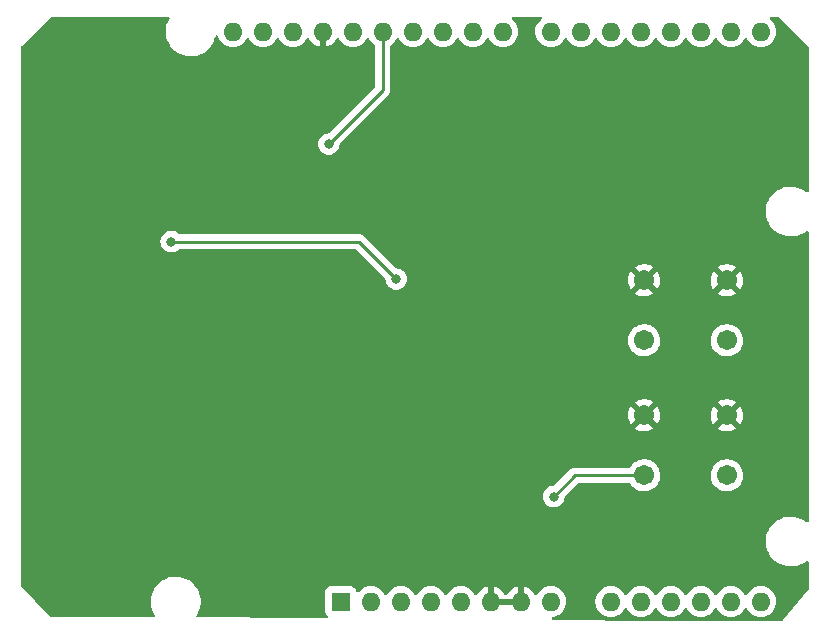
<source format=gbr>
G04 #@! TF.GenerationSoftware,KiCad,Pcbnew,6.0.2+dfsg-1*
G04 #@! TF.CreationDate,2024-02-20T11:24:06-07:00*
G04 #@! TF.ProjectId,battery_load_tester,62617474-6572-4795-9f6c-6f61645f7465,rev?*
G04 #@! TF.SameCoordinates,Original*
G04 #@! TF.FileFunction,Copper,L2,Bot*
G04 #@! TF.FilePolarity,Positive*
%FSLAX46Y46*%
G04 Gerber Fmt 4.6, Leading zero omitted, Abs format (unit mm)*
G04 Created by KiCad (PCBNEW 6.0.2+dfsg-1) date 2024-02-20 11:24:06*
%MOMM*%
%LPD*%
G01*
G04 APERTURE LIST*
G04 #@! TA.AperFunction,ComponentPad*
%ADD10C,1.707896*%
G04 #@! TD*
G04 #@! TA.AperFunction,ComponentPad*
%ADD11R,1.600000X1.600000*%
G04 #@! TD*
G04 #@! TA.AperFunction,ComponentPad*
%ADD12O,1.600000X1.600000*%
G04 #@! TD*
G04 #@! TA.AperFunction,ViaPad*
%ADD13C,0.800000*%
G04 #@! TD*
G04 #@! TA.AperFunction,Conductor*
%ADD14C,0.250000*%
G04 #@! TD*
G04 APERTURE END LIST*
D10*
X165134900Y-95986601D03*
X172134901Y-95986601D03*
X165134900Y-90906601D03*
X172134901Y-90906601D03*
X165134900Y-84556601D03*
X172134901Y-84556601D03*
X165134900Y-79476601D03*
X172134901Y-79476601D03*
D11*
X139446000Y-106680000D03*
D12*
X141986000Y-106680000D03*
X144526000Y-106680000D03*
X147066000Y-106680000D03*
X149606000Y-106680000D03*
X152146000Y-106680000D03*
X154686000Y-106680000D03*
X157226000Y-106680000D03*
X162306000Y-106680000D03*
X164846000Y-106680000D03*
X167386000Y-106680000D03*
X169926000Y-106680000D03*
X172466000Y-106680000D03*
X175006000Y-106680000D03*
X175006000Y-58420000D03*
X172466000Y-58420000D03*
X169926000Y-58420000D03*
X167386000Y-58420000D03*
X164846000Y-58420000D03*
X162306000Y-58420000D03*
X159766000Y-58420000D03*
X157226000Y-58420000D03*
X153166000Y-58420000D03*
X150626000Y-58420000D03*
X148086000Y-58420000D03*
X145546000Y-58420000D03*
X143006000Y-58420000D03*
X140466000Y-58420000D03*
X137926000Y-58420000D03*
X135386000Y-58420000D03*
X132846000Y-58420000D03*
X130306000Y-58420000D03*
D13*
X144145000Y-79375000D03*
X125095000Y-76200000D03*
X119634000Y-78232000D03*
X113919000Y-92710000D03*
X118872000Y-84074000D03*
X128016000Y-90170000D03*
X128524000Y-81026000D03*
X161798000Y-79502000D03*
X114554000Y-82550000D03*
X157480000Y-97790000D03*
X138430000Y-67945000D03*
D14*
X144145000Y-79375000D02*
X140970000Y-76200000D01*
X140970000Y-76200000D02*
X125095000Y-76200000D01*
X159283399Y-95986601D02*
X157480000Y-97790000D01*
X165134900Y-95986601D02*
X159283399Y-95986601D01*
X143006000Y-63369000D02*
X143006000Y-58420000D01*
X138430000Y-67945000D02*
X143006000Y-63369000D01*
G04 #@! TA.AperFunction,Conductor*
G36*
X124894443Y-57170002D02*
G01*
X124940936Y-57223658D01*
X124951040Y-57293932D01*
X124933754Y-57341835D01*
X124875320Y-57437190D01*
X124875316Y-57437198D01*
X124873073Y-57440858D01*
X124871347Y-57444791D01*
X124871346Y-57444792D01*
X124811901Y-57580211D01*
X124757517Y-57704102D01*
X124756342Y-57708229D01*
X124756341Y-57708230D01*
X124754613Y-57714296D01*
X124678756Y-57980594D01*
X124638249Y-58265216D01*
X124638227Y-58269505D01*
X124638226Y-58269512D01*
X124637438Y-58420000D01*
X124636743Y-58552703D01*
X124637302Y-58556947D01*
X124637302Y-58556951D01*
X124650000Y-58653402D01*
X124674268Y-58837734D01*
X124675401Y-58841874D01*
X124675401Y-58841876D01*
X124679035Y-58855160D01*
X124750129Y-59115036D01*
X124862923Y-59379476D01*
X124874693Y-59399142D01*
X124967593Y-59554366D01*
X125010561Y-59626161D01*
X125190313Y-59850528D01*
X125398851Y-60048423D01*
X125632317Y-60216186D01*
X125636112Y-60218195D01*
X125636113Y-60218196D01*
X125657869Y-60229715D01*
X125886392Y-60350712D01*
X126156373Y-60449511D01*
X126437264Y-60510755D01*
X126465841Y-60513004D01*
X126660282Y-60528307D01*
X126660291Y-60528307D01*
X126662739Y-60528500D01*
X126818271Y-60528500D01*
X126820407Y-60528354D01*
X126820418Y-60528354D01*
X127028548Y-60514165D01*
X127028554Y-60514164D01*
X127032825Y-60513873D01*
X127037020Y-60513004D01*
X127037022Y-60513004D01*
X127173583Y-60484724D01*
X127314342Y-60455574D01*
X127585343Y-60359607D01*
X127840812Y-60227750D01*
X127844313Y-60225289D01*
X127844317Y-60225287D01*
X127958417Y-60145096D01*
X128076023Y-60062441D01*
X128286622Y-59866740D01*
X128468713Y-59644268D01*
X128618927Y-59399142D01*
X128678119Y-59264300D01*
X128732757Y-59139830D01*
X128734483Y-59135898D01*
X128813244Y-58859406D01*
X128815119Y-58846231D01*
X128844520Y-58781608D01*
X128904192Y-58743140D01*
X128975188Y-58743038D01*
X129034969Y-58781337D01*
X129061569Y-58831374D01*
X129071716Y-58869243D01*
X129074039Y-58874224D01*
X129074039Y-58874225D01*
X129166151Y-59071762D01*
X129166154Y-59071767D01*
X129168477Y-59076749D01*
X129299802Y-59264300D01*
X129461700Y-59426198D01*
X129466208Y-59429355D01*
X129466211Y-59429357D01*
X129544389Y-59484098D01*
X129649251Y-59557523D01*
X129654233Y-59559846D01*
X129654238Y-59559849D01*
X129803624Y-59629508D01*
X129856757Y-59654284D01*
X129862065Y-59655706D01*
X129862067Y-59655707D01*
X130072598Y-59712119D01*
X130072600Y-59712119D01*
X130077913Y-59713543D01*
X130306000Y-59733498D01*
X130534087Y-59713543D01*
X130539400Y-59712119D01*
X130539402Y-59712119D01*
X130749933Y-59655707D01*
X130749935Y-59655706D01*
X130755243Y-59654284D01*
X130808376Y-59629508D01*
X130957762Y-59559849D01*
X130957767Y-59559846D01*
X130962749Y-59557523D01*
X131067611Y-59484098D01*
X131145789Y-59429357D01*
X131145792Y-59429355D01*
X131150300Y-59426198D01*
X131312198Y-59264300D01*
X131443523Y-59076749D01*
X131445846Y-59071767D01*
X131445849Y-59071762D01*
X131461805Y-59037543D01*
X131508722Y-58984258D01*
X131576999Y-58964797D01*
X131644959Y-58985339D01*
X131690195Y-59037543D01*
X131706151Y-59071762D01*
X131706154Y-59071767D01*
X131708477Y-59076749D01*
X131839802Y-59264300D01*
X132001700Y-59426198D01*
X132006208Y-59429355D01*
X132006211Y-59429357D01*
X132084389Y-59484098D01*
X132189251Y-59557523D01*
X132194233Y-59559846D01*
X132194238Y-59559849D01*
X132343624Y-59629508D01*
X132396757Y-59654284D01*
X132402065Y-59655706D01*
X132402067Y-59655707D01*
X132612598Y-59712119D01*
X132612600Y-59712119D01*
X132617913Y-59713543D01*
X132846000Y-59733498D01*
X133074087Y-59713543D01*
X133079400Y-59712119D01*
X133079402Y-59712119D01*
X133289933Y-59655707D01*
X133289935Y-59655706D01*
X133295243Y-59654284D01*
X133348376Y-59629508D01*
X133497762Y-59559849D01*
X133497767Y-59559846D01*
X133502749Y-59557523D01*
X133607611Y-59484098D01*
X133685789Y-59429357D01*
X133685792Y-59429355D01*
X133690300Y-59426198D01*
X133852198Y-59264300D01*
X133983523Y-59076749D01*
X133985846Y-59071767D01*
X133985849Y-59071762D01*
X134001805Y-59037543D01*
X134048722Y-58984258D01*
X134116999Y-58964797D01*
X134184959Y-58985339D01*
X134230195Y-59037543D01*
X134246151Y-59071762D01*
X134246154Y-59071767D01*
X134248477Y-59076749D01*
X134379802Y-59264300D01*
X134541700Y-59426198D01*
X134546208Y-59429355D01*
X134546211Y-59429357D01*
X134624389Y-59484098D01*
X134729251Y-59557523D01*
X134734233Y-59559846D01*
X134734238Y-59559849D01*
X134883624Y-59629508D01*
X134936757Y-59654284D01*
X134942065Y-59655706D01*
X134942067Y-59655707D01*
X135152598Y-59712119D01*
X135152600Y-59712119D01*
X135157913Y-59713543D01*
X135386000Y-59733498D01*
X135614087Y-59713543D01*
X135619400Y-59712119D01*
X135619402Y-59712119D01*
X135829933Y-59655707D01*
X135829935Y-59655706D01*
X135835243Y-59654284D01*
X135888376Y-59629508D01*
X136037762Y-59559849D01*
X136037767Y-59559846D01*
X136042749Y-59557523D01*
X136147611Y-59484098D01*
X136225789Y-59429357D01*
X136225792Y-59429355D01*
X136230300Y-59426198D01*
X136392198Y-59264300D01*
X136523523Y-59076749D01*
X136525846Y-59071767D01*
X136525849Y-59071762D01*
X136542081Y-59036951D01*
X136588998Y-58983666D01*
X136657275Y-58964205D01*
X136725235Y-58984747D01*
X136770471Y-59036951D01*
X136786586Y-59071511D01*
X136792069Y-59081007D01*
X136917028Y-59259467D01*
X136924084Y-59267875D01*
X137078125Y-59421916D01*
X137086533Y-59428972D01*
X137264993Y-59553931D01*
X137274489Y-59559414D01*
X137471947Y-59651490D01*
X137482239Y-59655236D01*
X137654503Y-59701394D01*
X137668599Y-59701058D01*
X137672000Y-59693116D01*
X137672000Y-58292000D01*
X137692002Y-58223879D01*
X137745658Y-58177386D01*
X137798000Y-58166000D01*
X138054000Y-58166000D01*
X138122121Y-58186002D01*
X138168614Y-58239658D01*
X138180000Y-58292000D01*
X138180000Y-59687967D01*
X138183973Y-59701498D01*
X138192522Y-59702727D01*
X138369761Y-59655236D01*
X138380053Y-59651490D01*
X138577511Y-59559414D01*
X138587007Y-59553931D01*
X138765467Y-59428972D01*
X138773875Y-59421916D01*
X138927916Y-59267875D01*
X138934972Y-59259467D01*
X139059931Y-59081007D01*
X139065414Y-59071511D01*
X139081529Y-59036951D01*
X139128446Y-58983666D01*
X139196723Y-58964205D01*
X139264683Y-58984747D01*
X139309919Y-59036951D01*
X139326151Y-59071762D01*
X139326154Y-59071767D01*
X139328477Y-59076749D01*
X139459802Y-59264300D01*
X139621700Y-59426198D01*
X139626208Y-59429355D01*
X139626211Y-59429357D01*
X139704389Y-59484098D01*
X139809251Y-59557523D01*
X139814233Y-59559846D01*
X139814238Y-59559849D01*
X139963624Y-59629508D01*
X140016757Y-59654284D01*
X140022065Y-59655706D01*
X140022067Y-59655707D01*
X140232598Y-59712119D01*
X140232600Y-59712119D01*
X140237913Y-59713543D01*
X140466000Y-59733498D01*
X140694087Y-59713543D01*
X140699400Y-59712119D01*
X140699402Y-59712119D01*
X140909933Y-59655707D01*
X140909935Y-59655706D01*
X140915243Y-59654284D01*
X140968376Y-59629508D01*
X141117762Y-59559849D01*
X141117767Y-59559846D01*
X141122749Y-59557523D01*
X141227611Y-59484098D01*
X141305789Y-59429357D01*
X141305792Y-59429355D01*
X141310300Y-59426198D01*
X141472198Y-59264300D01*
X141603523Y-59076749D01*
X141605846Y-59071767D01*
X141605849Y-59071762D01*
X141621805Y-59037543D01*
X141668722Y-58984258D01*
X141736999Y-58964797D01*
X141804959Y-58985339D01*
X141850195Y-59037543D01*
X141866151Y-59071762D01*
X141866154Y-59071767D01*
X141868477Y-59076749D01*
X141999802Y-59264300D01*
X142161700Y-59426198D01*
X142166208Y-59429355D01*
X142166211Y-59429357D01*
X142318771Y-59536181D01*
X142363099Y-59591638D01*
X142372500Y-59639394D01*
X142372500Y-63054405D01*
X142352498Y-63122526D01*
X142335595Y-63143500D01*
X138479500Y-66999595D01*
X138417188Y-67033621D01*
X138390405Y-67036500D01*
X138334513Y-67036500D01*
X138328061Y-67037872D01*
X138328056Y-67037872D01*
X138241113Y-67056353D01*
X138147712Y-67076206D01*
X138141682Y-67078891D01*
X138141681Y-67078891D01*
X137979278Y-67151197D01*
X137979276Y-67151198D01*
X137973248Y-67153882D01*
X137818747Y-67266134D01*
X137690960Y-67408056D01*
X137595473Y-67573444D01*
X137536458Y-67755072D01*
X137516496Y-67945000D01*
X137536458Y-68134928D01*
X137595473Y-68316556D01*
X137690960Y-68481944D01*
X137818747Y-68623866D01*
X137973248Y-68736118D01*
X137979276Y-68738802D01*
X137979278Y-68738803D01*
X138141681Y-68811109D01*
X138147712Y-68813794D01*
X138241113Y-68833647D01*
X138328056Y-68852128D01*
X138328061Y-68852128D01*
X138334513Y-68853500D01*
X138525487Y-68853500D01*
X138531939Y-68852128D01*
X138531944Y-68852128D01*
X138618887Y-68833647D01*
X138712288Y-68813794D01*
X138718319Y-68811109D01*
X138880722Y-68738803D01*
X138880724Y-68738802D01*
X138886752Y-68736118D01*
X139041253Y-68623866D01*
X139169040Y-68481944D01*
X139264527Y-68316556D01*
X139323542Y-68134928D01*
X139340907Y-67969706D01*
X139367920Y-67904050D01*
X139377122Y-67893782D01*
X143398247Y-63872657D01*
X143406537Y-63865113D01*
X143413018Y-63861000D01*
X143459659Y-63811332D01*
X143462413Y-63808491D01*
X143482134Y-63788770D01*
X143484612Y-63785575D01*
X143492318Y-63776553D01*
X143517158Y-63750101D01*
X143522586Y-63744321D01*
X143532346Y-63726568D01*
X143543199Y-63710045D01*
X143550753Y-63700306D01*
X143555613Y-63694041D01*
X143573176Y-63653457D01*
X143578383Y-63642827D01*
X143599695Y-63604060D01*
X143601666Y-63596383D01*
X143601668Y-63596378D01*
X143604732Y-63584442D01*
X143611138Y-63565730D01*
X143616033Y-63554419D01*
X143619181Y-63547145D01*
X143620421Y-63539317D01*
X143620423Y-63539310D01*
X143626099Y-63503476D01*
X143628505Y-63491856D01*
X143637528Y-63456711D01*
X143637528Y-63456710D01*
X143639500Y-63449030D01*
X143639500Y-63428776D01*
X143641051Y-63409065D01*
X143642980Y-63396886D01*
X143644220Y-63389057D01*
X143640059Y-63345038D01*
X143639500Y-63333181D01*
X143639500Y-59639394D01*
X143659502Y-59571273D01*
X143693229Y-59536181D01*
X143845789Y-59429357D01*
X143845792Y-59429355D01*
X143850300Y-59426198D01*
X144012198Y-59264300D01*
X144143523Y-59076749D01*
X144145846Y-59071767D01*
X144145849Y-59071762D01*
X144161805Y-59037543D01*
X144208722Y-58984258D01*
X144276999Y-58964797D01*
X144344959Y-58985339D01*
X144390195Y-59037543D01*
X144406151Y-59071762D01*
X144406154Y-59071767D01*
X144408477Y-59076749D01*
X144539802Y-59264300D01*
X144701700Y-59426198D01*
X144706208Y-59429355D01*
X144706211Y-59429357D01*
X144784389Y-59484098D01*
X144889251Y-59557523D01*
X144894233Y-59559846D01*
X144894238Y-59559849D01*
X145043624Y-59629508D01*
X145096757Y-59654284D01*
X145102065Y-59655706D01*
X145102067Y-59655707D01*
X145312598Y-59712119D01*
X145312600Y-59712119D01*
X145317913Y-59713543D01*
X145546000Y-59733498D01*
X145774087Y-59713543D01*
X145779400Y-59712119D01*
X145779402Y-59712119D01*
X145989933Y-59655707D01*
X145989935Y-59655706D01*
X145995243Y-59654284D01*
X146048376Y-59629508D01*
X146197762Y-59559849D01*
X146197767Y-59559846D01*
X146202749Y-59557523D01*
X146307611Y-59484098D01*
X146385789Y-59429357D01*
X146385792Y-59429355D01*
X146390300Y-59426198D01*
X146552198Y-59264300D01*
X146683523Y-59076749D01*
X146685846Y-59071767D01*
X146685849Y-59071762D01*
X146701805Y-59037543D01*
X146748722Y-58984258D01*
X146816999Y-58964797D01*
X146884959Y-58985339D01*
X146930195Y-59037543D01*
X146946151Y-59071762D01*
X146946154Y-59071767D01*
X146948477Y-59076749D01*
X147079802Y-59264300D01*
X147241700Y-59426198D01*
X147246208Y-59429355D01*
X147246211Y-59429357D01*
X147324389Y-59484098D01*
X147429251Y-59557523D01*
X147434233Y-59559846D01*
X147434238Y-59559849D01*
X147583624Y-59629508D01*
X147636757Y-59654284D01*
X147642065Y-59655706D01*
X147642067Y-59655707D01*
X147852598Y-59712119D01*
X147852600Y-59712119D01*
X147857913Y-59713543D01*
X148086000Y-59733498D01*
X148314087Y-59713543D01*
X148319400Y-59712119D01*
X148319402Y-59712119D01*
X148529933Y-59655707D01*
X148529935Y-59655706D01*
X148535243Y-59654284D01*
X148588376Y-59629508D01*
X148737762Y-59559849D01*
X148737767Y-59559846D01*
X148742749Y-59557523D01*
X148847611Y-59484098D01*
X148925789Y-59429357D01*
X148925792Y-59429355D01*
X148930300Y-59426198D01*
X149092198Y-59264300D01*
X149223523Y-59076749D01*
X149225846Y-59071767D01*
X149225849Y-59071762D01*
X149241805Y-59037543D01*
X149288722Y-58984258D01*
X149356999Y-58964797D01*
X149424959Y-58985339D01*
X149470195Y-59037543D01*
X149486151Y-59071762D01*
X149486154Y-59071767D01*
X149488477Y-59076749D01*
X149619802Y-59264300D01*
X149781700Y-59426198D01*
X149786208Y-59429355D01*
X149786211Y-59429357D01*
X149864389Y-59484098D01*
X149969251Y-59557523D01*
X149974233Y-59559846D01*
X149974238Y-59559849D01*
X150123624Y-59629508D01*
X150176757Y-59654284D01*
X150182065Y-59655706D01*
X150182067Y-59655707D01*
X150392598Y-59712119D01*
X150392600Y-59712119D01*
X150397913Y-59713543D01*
X150626000Y-59733498D01*
X150854087Y-59713543D01*
X150859400Y-59712119D01*
X150859402Y-59712119D01*
X151069933Y-59655707D01*
X151069935Y-59655706D01*
X151075243Y-59654284D01*
X151128376Y-59629508D01*
X151277762Y-59559849D01*
X151277767Y-59559846D01*
X151282749Y-59557523D01*
X151387611Y-59484098D01*
X151465789Y-59429357D01*
X151465792Y-59429355D01*
X151470300Y-59426198D01*
X151632198Y-59264300D01*
X151763523Y-59076749D01*
X151765846Y-59071767D01*
X151765849Y-59071762D01*
X151781805Y-59037543D01*
X151828722Y-58984258D01*
X151896999Y-58964797D01*
X151964959Y-58985339D01*
X152010195Y-59037543D01*
X152026151Y-59071762D01*
X152026154Y-59071767D01*
X152028477Y-59076749D01*
X152159802Y-59264300D01*
X152321700Y-59426198D01*
X152326208Y-59429355D01*
X152326211Y-59429357D01*
X152404389Y-59484098D01*
X152509251Y-59557523D01*
X152514233Y-59559846D01*
X152514238Y-59559849D01*
X152663624Y-59629508D01*
X152716757Y-59654284D01*
X152722065Y-59655706D01*
X152722067Y-59655707D01*
X152932598Y-59712119D01*
X152932600Y-59712119D01*
X152937913Y-59713543D01*
X153166000Y-59733498D01*
X153394087Y-59713543D01*
X153399400Y-59712119D01*
X153399402Y-59712119D01*
X153609933Y-59655707D01*
X153609935Y-59655706D01*
X153615243Y-59654284D01*
X153668376Y-59629508D01*
X153817762Y-59559849D01*
X153817767Y-59559846D01*
X153822749Y-59557523D01*
X153927611Y-59484098D01*
X154005789Y-59429357D01*
X154005792Y-59429355D01*
X154010300Y-59426198D01*
X154172198Y-59264300D01*
X154303523Y-59076749D01*
X154305846Y-59071767D01*
X154305849Y-59071762D01*
X154397961Y-58874225D01*
X154397961Y-58874224D01*
X154400284Y-58869243D01*
X154434074Y-58743140D01*
X154458119Y-58653402D01*
X154458119Y-58653400D01*
X154459543Y-58648087D01*
X154479498Y-58420000D01*
X154459543Y-58191913D01*
X154457959Y-58186002D01*
X154401707Y-57976067D01*
X154401706Y-57976065D01*
X154400284Y-57970757D01*
X154397961Y-57965775D01*
X154305849Y-57768238D01*
X154305846Y-57768233D01*
X154303523Y-57763251D01*
X154172198Y-57575700D01*
X154010300Y-57413802D01*
X154005792Y-57410645D01*
X154005789Y-57410643D01*
X153960902Y-57379213D01*
X153916574Y-57323756D01*
X153909265Y-57253136D01*
X153941296Y-57189776D01*
X154002497Y-57153791D01*
X154033173Y-57150000D01*
X156358827Y-57150000D01*
X156426948Y-57170002D01*
X156473441Y-57223658D01*
X156483545Y-57293932D01*
X156454051Y-57358512D01*
X156431098Y-57379213D01*
X156386211Y-57410643D01*
X156386208Y-57410645D01*
X156381700Y-57413802D01*
X156219802Y-57575700D01*
X156088477Y-57763251D01*
X156086154Y-57768233D01*
X156086151Y-57768238D01*
X155994039Y-57965775D01*
X155991716Y-57970757D01*
X155990294Y-57976065D01*
X155990293Y-57976067D01*
X155934041Y-58186002D01*
X155932457Y-58191913D01*
X155912502Y-58420000D01*
X155932457Y-58648087D01*
X155933881Y-58653400D01*
X155933881Y-58653402D01*
X155957927Y-58743140D01*
X155991716Y-58869243D01*
X155994039Y-58874224D01*
X155994039Y-58874225D01*
X156086151Y-59071762D01*
X156086154Y-59071767D01*
X156088477Y-59076749D01*
X156219802Y-59264300D01*
X156381700Y-59426198D01*
X156386208Y-59429355D01*
X156386211Y-59429357D01*
X156464389Y-59484098D01*
X156569251Y-59557523D01*
X156574233Y-59559846D01*
X156574238Y-59559849D01*
X156723624Y-59629508D01*
X156776757Y-59654284D01*
X156782065Y-59655706D01*
X156782067Y-59655707D01*
X156992598Y-59712119D01*
X156992600Y-59712119D01*
X156997913Y-59713543D01*
X157226000Y-59733498D01*
X157454087Y-59713543D01*
X157459400Y-59712119D01*
X157459402Y-59712119D01*
X157669933Y-59655707D01*
X157669935Y-59655706D01*
X157675243Y-59654284D01*
X157728376Y-59629508D01*
X157877762Y-59559849D01*
X157877767Y-59559846D01*
X157882749Y-59557523D01*
X157987611Y-59484098D01*
X158065789Y-59429357D01*
X158065792Y-59429355D01*
X158070300Y-59426198D01*
X158232198Y-59264300D01*
X158363523Y-59076749D01*
X158365846Y-59071767D01*
X158365849Y-59071762D01*
X158381805Y-59037543D01*
X158428722Y-58984258D01*
X158496999Y-58964797D01*
X158564959Y-58985339D01*
X158610195Y-59037543D01*
X158626151Y-59071762D01*
X158626154Y-59071767D01*
X158628477Y-59076749D01*
X158759802Y-59264300D01*
X158921700Y-59426198D01*
X158926208Y-59429355D01*
X158926211Y-59429357D01*
X159004389Y-59484098D01*
X159109251Y-59557523D01*
X159114233Y-59559846D01*
X159114238Y-59559849D01*
X159263624Y-59629508D01*
X159316757Y-59654284D01*
X159322065Y-59655706D01*
X159322067Y-59655707D01*
X159532598Y-59712119D01*
X159532600Y-59712119D01*
X159537913Y-59713543D01*
X159766000Y-59733498D01*
X159994087Y-59713543D01*
X159999400Y-59712119D01*
X159999402Y-59712119D01*
X160209933Y-59655707D01*
X160209935Y-59655706D01*
X160215243Y-59654284D01*
X160268376Y-59629508D01*
X160417762Y-59559849D01*
X160417767Y-59559846D01*
X160422749Y-59557523D01*
X160527611Y-59484098D01*
X160605789Y-59429357D01*
X160605792Y-59429355D01*
X160610300Y-59426198D01*
X160772198Y-59264300D01*
X160903523Y-59076749D01*
X160905846Y-59071767D01*
X160905849Y-59071762D01*
X160921805Y-59037543D01*
X160968722Y-58984258D01*
X161036999Y-58964797D01*
X161104959Y-58985339D01*
X161150195Y-59037543D01*
X161166151Y-59071762D01*
X161166154Y-59071767D01*
X161168477Y-59076749D01*
X161299802Y-59264300D01*
X161461700Y-59426198D01*
X161466208Y-59429355D01*
X161466211Y-59429357D01*
X161544389Y-59484098D01*
X161649251Y-59557523D01*
X161654233Y-59559846D01*
X161654238Y-59559849D01*
X161803624Y-59629508D01*
X161856757Y-59654284D01*
X161862065Y-59655706D01*
X161862067Y-59655707D01*
X162072598Y-59712119D01*
X162072600Y-59712119D01*
X162077913Y-59713543D01*
X162306000Y-59733498D01*
X162534087Y-59713543D01*
X162539400Y-59712119D01*
X162539402Y-59712119D01*
X162749933Y-59655707D01*
X162749935Y-59655706D01*
X162755243Y-59654284D01*
X162808376Y-59629508D01*
X162957762Y-59559849D01*
X162957767Y-59559846D01*
X162962749Y-59557523D01*
X163067611Y-59484098D01*
X163145789Y-59429357D01*
X163145792Y-59429355D01*
X163150300Y-59426198D01*
X163312198Y-59264300D01*
X163443523Y-59076749D01*
X163445846Y-59071767D01*
X163445849Y-59071762D01*
X163461805Y-59037543D01*
X163508722Y-58984258D01*
X163576999Y-58964797D01*
X163644959Y-58985339D01*
X163690195Y-59037543D01*
X163706151Y-59071762D01*
X163706154Y-59071767D01*
X163708477Y-59076749D01*
X163839802Y-59264300D01*
X164001700Y-59426198D01*
X164006208Y-59429355D01*
X164006211Y-59429357D01*
X164084389Y-59484098D01*
X164189251Y-59557523D01*
X164194233Y-59559846D01*
X164194238Y-59559849D01*
X164343624Y-59629508D01*
X164396757Y-59654284D01*
X164402065Y-59655706D01*
X164402067Y-59655707D01*
X164612598Y-59712119D01*
X164612600Y-59712119D01*
X164617913Y-59713543D01*
X164846000Y-59733498D01*
X165074087Y-59713543D01*
X165079400Y-59712119D01*
X165079402Y-59712119D01*
X165289933Y-59655707D01*
X165289935Y-59655706D01*
X165295243Y-59654284D01*
X165348376Y-59629508D01*
X165497762Y-59559849D01*
X165497767Y-59559846D01*
X165502749Y-59557523D01*
X165607611Y-59484098D01*
X165685789Y-59429357D01*
X165685792Y-59429355D01*
X165690300Y-59426198D01*
X165852198Y-59264300D01*
X165983523Y-59076749D01*
X165985846Y-59071767D01*
X165985849Y-59071762D01*
X166001805Y-59037543D01*
X166048722Y-58984258D01*
X166116999Y-58964797D01*
X166184959Y-58985339D01*
X166230195Y-59037543D01*
X166246151Y-59071762D01*
X166246154Y-59071767D01*
X166248477Y-59076749D01*
X166379802Y-59264300D01*
X166541700Y-59426198D01*
X166546208Y-59429355D01*
X166546211Y-59429357D01*
X166624389Y-59484098D01*
X166729251Y-59557523D01*
X166734233Y-59559846D01*
X166734238Y-59559849D01*
X166883624Y-59629508D01*
X166936757Y-59654284D01*
X166942065Y-59655706D01*
X166942067Y-59655707D01*
X167152598Y-59712119D01*
X167152600Y-59712119D01*
X167157913Y-59713543D01*
X167386000Y-59733498D01*
X167614087Y-59713543D01*
X167619400Y-59712119D01*
X167619402Y-59712119D01*
X167829933Y-59655707D01*
X167829935Y-59655706D01*
X167835243Y-59654284D01*
X167888376Y-59629508D01*
X168037762Y-59559849D01*
X168037767Y-59559846D01*
X168042749Y-59557523D01*
X168147611Y-59484098D01*
X168225789Y-59429357D01*
X168225792Y-59429355D01*
X168230300Y-59426198D01*
X168392198Y-59264300D01*
X168523523Y-59076749D01*
X168525846Y-59071767D01*
X168525849Y-59071762D01*
X168541805Y-59037543D01*
X168588722Y-58984258D01*
X168656999Y-58964797D01*
X168724959Y-58985339D01*
X168770195Y-59037543D01*
X168786151Y-59071762D01*
X168786154Y-59071767D01*
X168788477Y-59076749D01*
X168919802Y-59264300D01*
X169081700Y-59426198D01*
X169086208Y-59429355D01*
X169086211Y-59429357D01*
X169164389Y-59484098D01*
X169269251Y-59557523D01*
X169274233Y-59559846D01*
X169274238Y-59559849D01*
X169423624Y-59629508D01*
X169476757Y-59654284D01*
X169482065Y-59655706D01*
X169482067Y-59655707D01*
X169692598Y-59712119D01*
X169692600Y-59712119D01*
X169697913Y-59713543D01*
X169926000Y-59733498D01*
X170154087Y-59713543D01*
X170159400Y-59712119D01*
X170159402Y-59712119D01*
X170369933Y-59655707D01*
X170369935Y-59655706D01*
X170375243Y-59654284D01*
X170428376Y-59629508D01*
X170577762Y-59559849D01*
X170577767Y-59559846D01*
X170582749Y-59557523D01*
X170687611Y-59484098D01*
X170765789Y-59429357D01*
X170765792Y-59429355D01*
X170770300Y-59426198D01*
X170932198Y-59264300D01*
X171063523Y-59076749D01*
X171065846Y-59071767D01*
X171065849Y-59071762D01*
X171081805Y-59037543D01*
X171128722Y-58984258D01*
X171196999Y-58964797D01*
X171264959Y-58985339D01*
X171310195Y-59037543D01*
X171326151Y-59071762D01*
X171326154Y-59071767D01*
X171328477Y-59076749D01*
X171459802Y-59264300D01*
X171621700Y-59426198D01*
X171626208Y-59429355D01*
X171626211Y-59429357D01*
X171704389Y-59484098D01*
X171809251Y-59557523D01*
X171814233Y-59559846D01*
X171814238Y-59559849D01*
X171963624Y-59629508D01*
X172016757Y-59654284D01*
X172022065Y-59655706D01*
X172022067Y-59655707D01*
X172232598Y-59712119D01*
X172232600Y-59712119D01*
X172237913Y-59713543D01*
X172466000Y-59733498D01*
X172694087Y-59713543D01*
X172699400Y-59712119D01*
X172699402Y-59712119D01*
X172909933Y-59655707D01*
X172909935Y-59655706D01*
X172915243Y-59654284D01*
X172968376Y-59629508D01*
X173117762Y-59559849D01*
X173117767Y-59559846D01*
X173122749Y-59557523D01*
X173227611Y-59484098D01*
X173305789Y-59429357D01*
X173305792Y-59429355D01*
X173310300Y-59426198D01*
X173472198Y-59264300D01*
X173603523Y-59076749D01*
X173605846Y-59071767D01*
X173605849Y-59071762D01*
X173621805Y-59037543D01*
X173668722Y-58984258D01*
X173736999Y-58964797D01*
X173804959Y-58985339D01*
X173850195Y-59037543D01*
X173866151Y-59071762D01*
X173866154Y-59071767D01*
X173868477Y-59076749D01*
X173999802Y-59264300D01*
X174161700Y-59426198D01*
X174166208Y-59429355D01*
X174166211Y-59429357D01*
X174244389Y-59484098D01*
X174349251Y-59557523D01*
X174354233Y-59559846D01*
X174354238Y-59559849D01*
X174503624Y-59629508D01*
X174556757Y-59654284D01*
X174562065Y-59655706D01*
X174562067Y-59655707D01*
X174772598Y-59712119D01*
X174772600Y-59712119D01*
X174777913Y-59713543D01*
X175006000Y-59733498D01*
X175234087Y-59713543D01*
X175239400Y-59712119D01*
X175239402Y-59712119D01*
X175449933Y-59655707D01*
X175449935Y-59655706D01*
X175455243Y-59654284D01*
X175508376Y-59629508D01*
X175657762Y-59559849D01*
X175657767Y-59559846D01*
X175662749Y-59557523D01*
X175767611Y-59484098D01*
X175845789Y-59429357D01*
X175845792Y-59429355D01*
X175850300Y-59426198D01*
X176012198Y-59264300D01*
X176143523Y-59076749D01*
X176145846Y-59071767D01*
X176145849Y-59071762D01*
X176237961Y-58874225D01*
X176237961Y-58874224D01*
X176240284Y-58869243D01*
X176274074Y-58743140D01*
X176298119Y-58653402D01*
X176298119Y-58653400D01*
X176299543Y-58648087D01*
X176319498Y-58420000D01*
X176299543Y-58191913D01*
X176297959Y-58186002D01*
X176241707Y-57976067D01*
X176241706Y-57976065D01*
X176240284Y-57970757D01*
X176237961Y-57965775D01*
X176145849Y-57768238D01*
X176145846Y-57768233D01*
X176143523Y-57763251D01*
X176012198Y-57575700D01*
X175850300Y-57413802D01*
X175845792Y-57410645D01*
X175845789Y-57410643D01*
X175800902Y-57379213D01*
X175756574Y-57323756D01*
X175749265Y-57253136D01*
X175781296Y-57189776D01*
X175842497Y-57153791D01*
X175873173Y-57150000D01*
X176477810Y-57150000D01*
X176545931Y-57170002D01*
X176566905Y-57186905D01*
X179033095Y-59653095D01*
X179067121Y-59715407D01*
X179070000Y-59742190D01*
X179070000Y-71912961D01*
X179049998Y-71981082D01*
X178996342Y-72027575D01*
X178926068Y-72037679D01*
X178870474Y-72015283D01*
X178663172Y-71866321D01*
X178663171Y-71866320D01*
X178659683Y-71863814D01*
X178637843Y-71852250D01*
X178614654Y-71839972D01*
X178405608Y-71729288D01*
X178135627Y-71630489D01*
X177854736Y-71569245D01*
X177823685Y-71566801D01*
X177631718Y-71551693D01*
X177631709Y-71551693D01*
X177629261Y-71551500D01*
X177473729Y-71551500D01*
X177471593Y-71551646D01*
X177471582Y-71551646D01*
X177263452Y-71565835D01*
X177263446Y-71565836D01*
X177259175Y-71566127D01*
X177254980Y-71566996D01*
X177254978Y-71566996D01*
X177118417Y-71595276D01*
X176977658Y-71624426D01*
X176706657Y-71720393D01*
X176451188Y-71852250D01*
X176447687Y-71854711D01*
X176447683Y-71854713D01*
X176437594Y-71861804D01*
X176215977Y-72017559D01*
X176005378Y-72213260D01*
X175823287Y-72435732D01*
X175673073Y-72680858D01*
X175557517Y-72944102D01*
X175478756Y-73220594D01*
X175438249Y-73505216D01*
X175436743Y-73792703D01*
X175474268Y-74077734D01*
X175550129Y-74355036D01*
X175662923Y-74619476D01*
X175810561Y-74866161D01*
X175990313Y-75090528D01*
X176007397Y-75106740D01*
X176192905Y-75282780D01*
X176198851Y-75288423D01*
X176432317Y-75456186D01*
X176436112Y-75458195D01*
X176436113Y-75458196D01*
X176457869Y-75469715D01*
X176686392Y-75590712D01*
X176710699Y-75599607D01*
X176929271Y-75679593D01*
X176956373Y-75689511D01*
X177237264Y-75750755D01*
X177265841Y-75753004D01*
X177460282Y-75768307D01*
X177460291Y-75768307D01*
X177462739Y-75768500D01*
X177618271Y-75768500D01*
X177620407Y-75768354D01*
X177620418Y-75768354D01*
X177828548Y-75754165D01*
X177828554Y-75754164D01*
X177832825Y-75753873D01*
X177837020Y-75753004D01*
X177837022Y-75753004D01*
X177989671Y-75721392D01*
X178114342Y-75695574D01*
X178385343Y-75599607D01*
X178640812Y-75467750D01*
X178644313Y-75465289D01*
X178644317Y-75465287D01*
X178754158Y-75388089D01*
X178871550Y-75305585D01*
X178938783Y-75282780D01*
X179007674Y-75299945D01*
X179056348Y-75351629D01*
X179070000Y-75408672D01*
X179070000Y-99852961D01*
X179049998Y-99921082D01*
X178996342Y-99967575D01*
X178926068Y-99977679D01*
X178870474Y-99955283D01*
X178663172Y-99806321D01*
X178663171Y-99806320D01*
X178659683Y-99803814D01*
X178637843Y-99792250D01*
X178614654Y-99779972D01*
X178405608Y-99669288D01*
X178135627Y-99570489D01*
X177854736Y-99509245D01*
X177823685Y-99506801D01*
X177631718Y-99491693D01*
X177631709Y-99491693D01*
X177629261Y-99491500D01*
X177473729Y-99491500D01*
X177471593Y-99491646D01*
X177471582Y-99491646D01*
X177263452Y-99505835D01*
X177263446Y-99505836D01*
X177259175Y-99506127D01*
X177254980Y-99506996D01*
X177254978Y-99506996D01*
X177118416Y-99535277D01*
X176977658Y-99564426D01*
X176706657Y-99660393D01*
X176451188Y-99792250D01*
X176447687Y-99794711D01*
X176447683Y-99794713D01*
X176437594Y-99801804D01*
X176215977Y-99957559D01*
X176005378Y-100153260D01*
X175823287Y-100375732D01*
X175673073Y-100620858D01*
X175557517Y-100884102D01*
X175478756Y-101160594D01*
X175438249Y-101445216D01*
X175436743Y-101732703D01*
X175474268Y-102017734D01*
X175550129Y-102295036D01*
X175662923Y-102559476D01*
X175810561Y-102806161D01*
X175990313Y-103030528D01*
X176007397Y-103046740D01*
X176192905Y-103222780D01*
X176198851Y-103228423D01*
X176432317Y-103396186D01*
X176436112Y-103398195D01*
X176436113Y-103398196D01*
X176457869Y-103409715D01*
X176686392Y-103530712D01*
X176956373Y-103629511D01*
X177237264Y-103690755D01*
X177265841Y-103693004D01*
X177460282Y-103708307D01*
X177460291Y-103708307D01*
X177462739Y-103708500D01*
X177618271Y-103708500D01*
X177620407Y-103708354D01*
X177620418Y-103708354D01*
X177828548Y-103694165D01*
X177828554Y-103694164D01*
X177832825Y-103693873D01*
X177837020Y-103693004D01*
X177837022Y-103693004D01*
X177973584Y-103664723D01*
X178114342Y-103635574D01*
X178385343Y-103539607D01*
X178640812Y-103407750D01*
X178644313Y-103405289D01*
X178644317Y-103405287D01*
X178754158Y-103328089D01*
X178871550Y-103245585D01*
X178938783Y-103222780D01*
X179007674Y-103239945D01*
X179056348Y-103291629D01*
X179070000Y-103348672D01*
X179070000Y-105617725D01*
X179049998Y-105685846D01*
X179040051Y-105699273D01*
X176894122Y-108226701D01*
X176822065Y-108311568D01*
X176762728Y-108350550D01*
X176725190Y-108356014D01*
X166261419Y-108287399D01*
X157414775Y-108229389D01*
X157346788Y-108208941D01*
X157300648Y-108154982D01*
X157291005Y-108084643D01*
X157320921Y-108020257D01*
X157380897Y-107982266D01*
X157404620Y-107977872D01*
X157448595Y-107974024D01*
X157448601Y-107974023D01*
X157454087Y-107973543D01*
X157459400Y-107972119D01*
X157459402Y-107972119D01*
X157669933Y-107915707D01*
X157669935Y-107915706D01*
X157675243Y-107914284D01*
X157681992Y-107911137D01*
X157877762Y-107819849D01*
X157877767Y-107819846D01*
X157882749Y-107817523D01*
X158024458Y-107718297D01*
X158065789Y-107689357D01*
X158065792Y-107689355D01*
X158070300Y-107686198D01*
X158232198Y-107524300D01*
X158363523Y-107336749D01*
X158365846Y-107331767D01*
X158365849Y-107331762D01*
X158457961Y-107134225D01*
X158457961Y-107134224D01*
X158460284Y-107129243D01*
X158515651Y-106922614D01*
X158518119Y-106913402D01*
X158518119Y-106913400D01*
X158519543Y-106908087D01*
X158539498Y-106680000D01*
X160992502Y-106680000D01*
X161012457Y-106908087D01*
X161013881Y-106913400D01*
X161013881Y-106913402D01*
X161016350Y-106922614D01*
X161071716Y-107129243D01*
X161074039Y-107134224D01*
X161074039Y-107134225D01*
X161166151Y-107331762D01*
X161166154Y-107331767D01*
X161168477Y-107336749D01*
X161299802Y-107524300D01*
X161461700Y-107686198D01*
X161466208Y-107689355D01*
X161466211Y-107689357D01*
X161507542Y-107718297D01*
X161649251Y-107817523D01*
X161654233Y-107819846D01*
X161654238Y-107819849D01*
X161850008Y-107911137D01*
X161856757Y-107914284D01*
X161862065Y-107915706D01*
X161862067Y-107915707D01*
X162072598Y-107972119D01*
X162072600Y-107972119D01*
X162077913Y-107973543D01*
X162306000Y-107993498D01*
X162534087Y-107973543D01*
X162539400Y-107972119D01*
X162539402Y-107972119D01*
X162749933Y-107915707D01*
X162749935Y-107915706D01*
X162755243Y-107914284D01*
X162761992Y-107911137D01*
X162957762Y-107819849D01*
X162957767Y-107819846D01*
X162962749Y-107817523D01*
X163104458Y-107718297D01*
X163145789Y-107689357D01*
X163145792Y-107689355D01*
X163150300Y-107686198D01*
X163312198Y-107524300D01*
X163443523Y-107336749D01*
X163445846Y-107331767D01*
X163445849Y-107331762D01*
X163461805Y-107297543D01*
X163508722Y-107244258D01*
X163576999Y-107224797D01*
X163644959Y-107245339D01*
X163690195Y-107297543D01*
X163706151Y-107331762D01*
X163706154Y-107331767D01*
X163708477Y-107336749D01*
X163839802Y-107524300D01*
X164001700Y-107686198D01*
X164006208Y-107689355D01*
X164006211Y-107689357D01*
X164047542Y-107718297D01*
X164189251Y-107817523D01*
X164194233Y-107819846D01*
X164194238Y-107819849D01*
X164390008Y-107911137D01*
X164396757Y-107914284D01*
X164402065Y-107915706D01*
X164402067Y-107915707D01*
X164612598Y-107972119D01*
X164612600Y-107972119D01*
X164617913Y-107973543D01*
X164846000Y-107993498D01*
X165074087Y-107973543D01*
X165079400Y-107972119D01*
X165079402Y-107972119D01*
X165289933Y-107915707D01*
X165289935Y-107915706D01*
X165295243Y-107914284D01*
X165301992Y-107911137D01*
X165497762Y-107819849D01*
X165497767Y-107819846D01*
X165502749Y-107817523D01*
X165644458Y-107718297D01*
X165685789Y-107689357D01*
X165685792Y-107689355D01*
X165690300Y-107686198D01*
X165852198Y-107524300D01*
X165983523Y-107336749D01*
X165985846Y-107331767D01*
X165985849Y-107331762D01*
X166001805Y-107297543D01*
X166048722Y-107244258D01*
X166116999Y-107224797D01*
X166184959Y-107245339D01*
X166230195Y-107297543D01*
X166246151Y-107331762D01*
X166246154Y-107331767D01*
X166248477Y-107336749D01*
X166379802Y-107524300D01*
X166541700Y-107686198D01*
X166546208Y-107689355D01*
X166546211Y-107689357D01*
X166587542Y-107718297D01*
X166729251Y-107817523D01*
X166734233Y-107819846D01*
X166734238Y-107819849D01*
X166930008Y-107911137D01*
X166936757Y-107914284D01*
X166942065Y-107915706D01*
X166942067Y-107915707D01*
X167152598Y-107972119D01*
X167152600Y-107972119D01*
X167157913Y-107973543D01*
X167386000Y-107993498D01*
X167614087Y-107973543D01*
X167619400Y-107972119D01*
X167619402Y-107972119D01*
X167829933Y-107915707D01*
X167829935Y-107915706D01*
X167835243Y-107914284D01*
X167841992Y-107911137D01*
X168037762Y-107819849D01*
X168037767Y-107819846D01*
X168042749Y-107817523D01*
X168184458Y-107718297D01*
X168225789Y-107689357D01*
X168225792Y-107689355D01*
X168230300Y-107686198D01*
X168392198Y-107524300D01*
X168523523Y-107336749D01*
X168525846Y-107331767D01*
X168525849Y-107331762D01*
X168541805Y-107297543D01*
X168588722Y-107244258D01*
X168656999Y-107224797D01*
X168724959Y-107245339D01*
X168770195Y-107297543D01*
X168786151Y-107331762D01*
X168786154Y-107331767D01*
X168788477Y-107336749D01*
X168919802Y-107524300D01*
X169081700Y-107686198D01*
X169086208Y-107689355D01*
X169086211Y-107689357D01*
X169127542Y-107718297D01*
X169269251Y-107817523D01*
X169274233Y-107819846D01*
X169274238Y-107819849D01*
X169470008Y-107911137D01*
X169476757Y-107914284D01*
X169482065Y-107915706D01*
X169482067Y-107915707D01*
X169692598Y-107972119D01*
X169692600Y-107972119D01*
X169697913Y-107973543D01*
X169926000Y-107993498D01*
X170154087Y-107973543D01*
X170159400Y-107972119D01*
X170159402Y-107972119D01*
X170369933Y-107915707D01*
X170369935Y-107915706D01*
X170375243Y-107914284D01*
X170381992Y-107911137D01*
X170577762Y-107819849D01*
X170577767Y-107819846D01*
X170582749Y-107817523D01*
X170724458Y-107718297D01*
X170765789Y-107689357D01*
X170765792Y-107689355D01*
X170770300Y-107686198D01*
X170932198Y-107524300D01*
X171063523Y-107336749D01*
X171065846Y-107331767D01*
X171065849Y-107331762D01*
X171081805Y-107297543D01*
X171128722Y-107244258D01*
X171196999Y-107224797D01*
X171264959Y-107245339D01*
X171310195Y-107297543D01*
X171326151Y-107331762D01*
X171326154Y-107331767D01*
X171328477Y-107336749D01*
X171459802Y-107524300D01*
X171621700Y-107686198D01*
X171626208Y-107689355D01*
X171626211Y-107689357D01*
X171667542Y-107718297D01*
X171809251Y-107817523D01*
X171814233Y-107819846D01*
X171814238Y-107819849D01*
X172010008Y-107911137D01*
X172016757Y-107914284D01*
X172022065Y-107915706D01*
X172022067Y-107915707D01*
X172232598Y-107972119D01*
X172232600Y-107972119D01*
X172237913Y-107973543D01*
X172466000Y-107993498D01*
X172694087Y-107973543D01*
X172699400Y-107972119D01*
X172699402Y-107972119D01*
X172909933Y-107915707D01*
X172909935Y-107915706D01*
X172915243Y-107914284D01*
X172921992Y-107911137D01*
X173117762Y-107819849D01*
X173117767Y-107819846D01*
X173122749Y-107817523D01*
X173264458Y-107718297D01*
X173305789Y-107689357D01*
X173305792Y-107689355D01*
X173310300Y-107686198D01*
X173472198Y-107524300D01*
X173603523Y-107336749D01*
X173605846Y-107331767D01*
X173605849Y-107331762D01*
X173621805Y-107297543D01*
X173668722Y-107244258D01*
X173736999Y-107224797D01*
X173804959Y-107245339D01*
X173850195Y-107297543D01*
X173866151Y-107331762D01*
X173866154Y-107331767D01*
X173868477Y-107336749D01*
X173999802Y-107524300D01*
X174161700Y-107686198D01*
X174166208Y-107689355D01*
X174166211Y-107689357D01*
X174207542Y-107718297D01*
X174349251Y-107817523D01*
X174354233Y-107819846D01*
X174354238Y-107819849D01*
X174550008Y-107911137D01*
X174556757Y-107914284D01*
X174562065Y-107915706D01*
X174562067Y-107915707D01*
X174772598Y-107972119D01*
X174772600Y-107972119D01*
X174777913Y-107973543D01*
X175006000Y-107993498D01*
X175234087Y-107973543D01*
X175239400Y-107972119D01*
X175239402Y-107972119D01*
X175449933Y-107915707D01*
X175449935Y-107915706D01*
X175455243Y-107914284D01*
X175461992Y-107911137D01*
X175657762Y-107819849D01*
X175657767Y-107819846D01*
X175662749Y-107817523D01*
X175804458Y-107718297D01*
X175845789Y-107689357D01*
X175845792Y-107689355D01*
X175850300Y-107686198D01*
X176012198Y-107524300D01*
X176143523Y-107336749D01*
X176145846Y-107331767D01*
X176145849Y-107331762D01*
X176237961Y-107134225D01*
X176237961Y-107134224D01*
X176240284Y-107129243D01*
X176295651Y-106922614D01*
X176298119Y-106913402D01*
X176298119Y-106913400D01*
X176299543Y-106908087D01*
X176319498Y-106680000D01*
X176299543Y-106451913D01*
X176291028Y-106420135D01*
X176241707Y-106236067D01*
X176241706Y-106236065D01*
X176240284Y-106230757D01*
X176186148Y-106114661D01*
X176145849Y-106028238D01*
X176145846Y-106028233D01*
X176143523Y-106023251D01*
X176012198Y-105835700D01*
X175850300Y-105673802D01*
X175845792Y-105670645D01*
X175845789Y-105670643D01*
X175767611Y-105615902D01*
X175662749Y-105542477D01*
X175657767Y-105540154D01*
X175657762Y-105540151D01*
X175460225Y-105448039D01*
X175460224Y-105448039D01*
X175455243Y-105445716D01*
X175449935Y-105444294D01*
X175449933Y-105444293D01*
X175239402Y-105387881D01*
X175239400Y-105387881D01*
X175234087Y-105386457D01*
X175006000Y-105366502D01*
X174777913Y-105386457D01*
X174772600Y-105387881D01*
X174772598Y-105387881D01*
X174562067Y-105444293D01*
X174562065Y-105444294D01*
X174556757Y-105445716D01*
X174551776Y-105448039D01*
X174551775Y-105448039D01*
X174354238Y-105540151D01*
X174354233Y-105540154D01*
X174349251Y-105542477D01*
X174244389Y-105615902D01*
X174166211Y-105670643D01*
X174166208Y-105670645D01*
X174161700Y-105673802D01*
X173999802Y-105835700D01*
X173868477Y-106023251D01*
X173866154Y-106028233D01*
X173866151Y-106028238D01*
X173850195Y-106062457D01*
X173803278Y-106115742D01*
X173735001Y-106135203D01*
X173667041Y-106114661D01*
X173621805Y-106062457D01*
X173605849Y-106028238D01*
X173605846Y-106028233D01*
X173603523Y-106023251D01*
X173472198Y-105835700D01*
X173310300Y-105673802D01*
X173305792Y-105670645D01*
X173305789Y-105670643D01*
X173227611Y-105615902D01*
X173122749Y-105542477D01*
X173117767Y-105540154D01*
X173117762Y-105540151D01*
X172920225Y-105448039D01*
X172920224Y-105448039D01*
X172915243Y-105445716D01*
X172909935Y-105444294D01*
X172909933Y-105444293D01*
X172699402Y-105387881D01*
X172699400Y-105387881D01*
X172694087Y-105386457D01*
X172466000Y-105366502D01*
X172237913Y-105386457D01*
X172232600Y-105387881D01*
X172232598Y-105387881D01*
X172022067Y-105444293D01*
X172022065Y-105444294D01*
X172016757Y-105445716D01*
X172011776Y-105448039D01*
X172011775Y-105448039D01*
X171814238Y-105540151D01*
X171814233Y-105540154D01*
X171809251Y-105542477D01*
X171704389Y-105615902D01*
X171626211Y-105670643D01*
X171626208Y-105670645D01*
X171621700Y-105673802D01*
X171459802Y-105835700D01*
X171328477Y-106023251D01*
X171326154Y-106028233D01*
X171326151Y-106028238D01*
X171310195Y-106062457D01*
X171263278Y-106115742D01*
X171195001Y-106135203D01*
X171127041Y-106114661D01*
X171081805Y-106062457D01*
X171065849Y-106028238D01*
X171065846Y-106028233D01*
X171063523Y-106023251D01*
X170932198Y-105835700D01*
X170770300Y-105673802D01*
X170765792Y-105670645D01*
X170765789Y-105670643D01*
X170687611Y-105615902D01*
X170582749Y-105542477D01*
X170577767Y-105540154D01*
X170577762Y-105540151D01*
X170380225Y-105448039D01*
X170380224Y-105448039D01*
X170375243Y-105445716D01*
X170369935Y-105444294D01*
X170369933Y-105444293D01*
X170159402Y-105387881D01*
X170159400Y-105387881D01*
X170154087Y-105386457D01*
X169926000Y-105366502D01*
X169697913Y-105386457D01*
X169692600Y-105387881D01*
X169692598Y-105387881D01*
X169482067Y-105444293D01*
X169482065Y-105444294D01*
X169476757Y-105445716D01*
X169471776Y-105448039D01*
X169471775Y-105448039D01*
X169274238Y-105540151D01*
X169274233Y-105540154D01*
X169269251Y-105542477D01*
X169164389Y-105615902D01*
X169086211Y-105670643D01*
X169086208Y-105670645D01*
X169081700Y-105673802D01*
X168919802Y-105835700D01*
X168788477Y-106023251D01*
X168786154Y-106028233D01*
X168786151Y-106028238D01*
X168770195Y-106062457D01*
X168723278Y-106115742D01*
X168655001Y-106135203D01*
X168587041Y-106114661D01*
X168541805Y-106062457D01*
X168525849Y-106028238D01*
X168525846Y-106028233D01*
X168523523Y-106023251D01*
X168392198Y-105835700D01*
X168230300Y-105673802D01*
X168225792Y-105670645D01*
X168225789Y-105670643D01*
X168147611Y-105615902D01*
X168042749Y-105542477D01*
X168037767Y-105540154D01*
X168037762Y-105540151D01*
X167840225Y-105448039D01*
X167840224Y-105448039D01*
X167835243Y-105445716D01*
X167829935Y-105444294D01*
X167829933Y-105444293D01*
X167619402Y-105387881D01*
X167619400Y-105387881D01*
X167614087Y-105386457D01*
X167386000Y-105366502D01*
X167157913Y-105386457D01*
X167152600Y-105387881D01*
X167152598Y-105387881D01*
X166942067Y-105444293D01*
X166942065Y-105444294D01*
X166936757Y-105445716D01*
X166931776Y-105448039D01*
X166931775Y-105448039D01*
X166734238Y-105540151D01*
X166734233Y-105540154D01*
X166729251Y-105542477D01*
X166624389Y-105615902D01*
X166546211Y-105670643D01*
X166546208Y-105670645D01*
X166541700Y-105673802D01*
X166379802Y-105835700D01*
X166248477Y-106023251D01*
X166246154Y-106028233D01*
X166246151Y-106028238D01*
X166230195Y-106062457D01*
X166183278Y-106115742D01*
X166115001Y-106135203D01*
X166047041Y-106114661D01*
X166001805Y-106062457D01*
X165985849Y-106028238D01*
X165985846Y-106028233D01*
X165983523Y-106023251D01*
X165852198Y-105835700D01*
X165690300Y-105673802D01*
X165685792Y-105670645D01*
X165685789Y-105670643D01*
X165607611Y-105615902D01*
X165502749Y-105542477D01*
X165497767Y-105540154D01*
X165497762Y-105540151D01*
X165300225Y-105448039D01*
X165300224Y-105448039D01*
X165295243Y-105445716D01*
X165289935Y-105444294D01*
X165289933Y-105444293D01*
X165079402Y-105387881D01*
X165079400Y-105387881D01*
X165074087Y-105386457D01*
X164846000Y-105366502D01*
X164617913Y-105386457D01*
X164612600Y-105387881D01*
X164612598Y-105387881D01*
X164402067Y-105444293D01*
X164402065Y-105444294D01*
X164396757Y-105445716D01*
X164391776Y-105448039D01*
X164391775Y-105448039D01*
X164194238Y-105540151D01*
X164194233Y-105540154D01*
X164189251Y-105542477D01*
X164084389Y-105615902D01*
X164006211Y-105670643D01*
X164006208Y-105670645D01*
X164001700Y-105673802D01*
X163839802Y-105835700D01*
X163708477Y-106023251D01*
X163706154Y-106028233D01*
X163706151Y-106028238D01*
X163690195Y-106062457D01*
X163643278Y-106115742D01*
X163575001Y-106135203D01*
X163507041Y-106114661D01*
X163461805Y-106062457D01*
X163445849Y-106028238D01*
X163445846Y-106028233D01*
X163443523Y-106023251D01*
X163312198Y-105835700D01*
X163150300Y-105673802D01*
X163145792Y-105670645D01*
X163145789Y-105670643D01*
X163067611Y-105615902D01*
X162962749Y-105542477D01*
X162957767Y-105540154D01*
X162957762Y-105540151D01*
X162760225Y-105448039D01*
X162760224Y-105448039D01*
X162755243Y-105445716D01*
X162749935Y-105444294D01*
X162749933Y-105444293D01*
X162539402Y-105387881D01*
X162539400Y-105387881D01*
X162534087Y-105386457D01*
X162306000Y-105366502D01*
X162077913Y-105386457D01*
X162072600Y-105387881D01*
X162072598Y-105387881D01*
X161862067Y-105444293D01*
X161862065Y-105444294D01*
X161856757Y-105445716D01*
X161851776Y-105448039D01*
X161851775Y-105448039D01*
X161654238Y-105540151D01*
X161654233Y-105540154D01*
X161649251Y-105542477D01*
X161544389Y-105615902D01*
X161466211Y-105670643D01*
X161466208Y-105670645D01*
X161461700Y-105673802D01*
X161299802Y-105835700D01*
X161168477Y-106023251D01*
X161166154Y-106028233D01*
X161166151Y-106028238D01*
X161125852Y-106114661D01*
X161071716Y-106230757D01*
X161070294Y-106236065D01*
X161070293Y-106236067D01*
X161020972Y-106420135D01*
X161012457Y-106451913D01*
X160992502Y-106680000D01*
X158539498Y-106680000D01*
X158519543Y-106451913D01*
X158511028Y-106420135D01*
X158461707Y-106236067D01*
X158461706Y-106236065D01*
X158460284Y-106230757D01*
X158406148Y-106114661D01*
X158365849Y-106028238D01*
X158365846Y-106028233D01*
X158363523Y-106023251D01*
X158232198Y-105835700D01*
X158070300Y-105673802D01*
X158065792Y-105670645D01*
X158065789Y-105670643D01*
X157987611Y-105615902D01*
X157882749Y-105542477D01*
X157877767Y-105540154D01*
X157877762Y-105540151D01*
X157680225Y-105448039D01*
X157680224Y-105448039D01*
X157675243Y-105445716D01*
X157669935Y-105444294D01*
X157669933Y-105444293D01*
X157459402Y-105387881D01*
X157459400Y-105387881D01*
X157454087Y-105386457D01*
X157226000Y-105366502D01*
X156997913Y-105386457D01*
X156992600Y-105387881D01*
X156992598Y-105387881D01*
X156782067Y-105444293D01*
X156782065Y-105444294D01*
X156776757Y-105445716D01*
X156771776Y-105448039D01*
X156771775Y-105448039D01*
X156574238Y-105540151D01*
X156574233Y-105540154D01*
X156569251Y-105542477D01*
X156464389Y-105615902D01*
X156386211Y-105670643D01*
X156386208Y-105670645D01*
X156381700Y-105673802D01*
X156219802Y-105835700D01*
X156088477Y-106023251D01*
X156086154Y-106028233D01*
X156086151Y-106028238D01*
X156069919Y-106063049D01*
X156023002Y-106116334D01*
X155954725Y-106135795D01*
X155886765Y-106115253D01*
X155841529Y-106063049D01*
X155825414Y-106028489D01*
X155819931Y-106018993D01*
X155694972Y-105840533D01*
X155687916Y-105832125D01*
X155533875Y-105678084D01*
X155525467Y-105671028D01*
X155347007Y-105546069D01*
X155337511Y-105540586D01*
X155140053Y-105448510D01*
X155129761Y-105444764D01*
X154957497Y-105398606D01*
X154943401Y-105398942D01*
X154940000Y-105406884D01*
X154940000Y-106808000D01*
X154919998Y-106876121D01*
X154866342Y-106922614D01*
X154814000Y-106934000D01*
X152018000Y-106934000D01*
X151949879Y-106913998D01*
X151903386Y-106860342D01*
X151892000Y-106808000D01*
X151892000Y-106407885D01*
X152400000Y-106407885D01*
X152404475Y-106423124D01*
X152405865Y-106424329D01*
X152413548Y-106426000D01*
X154413885Y-106426000D01*
X154429124Y-106421525D01*
X154430329Y-106420135D01*
X154432000Y-106412452D01*
X154432000Y-105412033D01*
X154428027Y-105398502D01*
X154419478Y-105397273D01*
X154242239Y-105444764D01*
X154231947Y-105448510D01*
X154034489Y-105540586D01*
X154024993Y-105546069D01*
X153846533Y-105671028D01*
X153838125Y-105678084D01*
X153684084Y-105832125D01*
X153677028Y-105840533D01*
X153552069Y-106018993D01*
X153546586Y-106028489D01*
X153530195Y-106063641D01*
X153483278Y-106116926D01*
X153415001Y-106136387D01*
X153347041Y-106115845D01*
X153301805Y-106063641D01*
X153285414Y-106028489D01*
X153279931Y-106018993D01*
X153154972Y-105840533D01*
X153147916Y-105832125D01*
X152993875Y-105678084D01*
X152985467Y-105671028D01*
X152807007Y-105546069D01*
X152797511Y-105540586D01*
X152600053Y-105448510D01*
X152589761Y-105444764D01*
X152417497Y-105398606D01*
X152403401Y-105398942D01*
X152400000Y-105406884D01*
X152400000Y-106407885D01*
X151892000Y-106407885D01*
X151892000Y-105412033D01*
X151888027Y-105398502D01*
X151879478Y-105397273D01*
X151702239Y-105444764D01*
X151691947Y-105448510D01*
X151494489Y-105540586D01*
X151484993Y-105546069D01*
X151306533Y-105671028D01*
X151298125Y-105678084D01*
X151144084Y-105832125D01*
X151137028Y-105840533D01*
X151012069Y-106018993D01*
X151006586Y-106028489D01*
X150990471Y-106063049D01*
X150943554Y-106116334D01*
X150875277Y-106135795D01*
X150807317Y-106115253D01*
X150762081Y-106063049D01*
X150745849Y-106028238D01*
X150745846Y-106028233D01*
X150743523Y-106023251D01*
X150612198Y-105835700D01*
X150450300Y-105673802D01*
X150445792Y-105670645D01*
X150445789Y-105670643D01*
X150367611Y-105615902D01*
X150262749Y-105542477D01*
X150257767Y-105540154D01*
X150257762Y-105540151D01*
X150060225Y-105448039D01*
X150060224Y-105448039D01*
X150055243Y-105445716D01*
X150049935Y-105444294D01*
X150049933Y-105444293D01*
X149839402Y-105387881D01*
X149839400Y-105387881D01*
X149834087Y-105386457D01*
X149606000Y-105366502D01*
X149377913Y-105386457D01*
X149372600Y-105387881D01*
X149372598Y-105387881D01*
X149162067Y-105444293D01*
X149162065Y-105444294D01*
X149156757Y-105445716D01*
X149151776Y-105448039D01*
X149151775Y-105448039D01*
X148954238Y-105540151D01*
X148954233Y-105540154D01*
X148949251Y-105542477D01*
X148844389Y-105615902D01*
X148766211Y-105670643D01*
X148766208Y-105670645D01*
X148761700Y-105673802D01*
X148599802Y-105835700D01*
X148468477Y-106023251D01*
X148466154Y-106028233D01*
X148466151Y-106028238D01*
X148450195Y-106062457D01*
X148403278Y-106115742D01*
X148335001Y-106135203D01*
X148267041Y-106114661D01*
X148221805Y-106062457D01*
X148205849Y-106028238D01*
X148205846Y-106028233D01*
X148203523Y-106023251D01*
X148072198Y-105835700D01*
X147910300Y-105673802D01*
X147905792Y-105670645D01*
X147905789Y-105670643D01*
X147827611Y-105615902D01*
X147722749Y-105542477D01*
X147717767Y-105540154D01*
X147717762Y-105540151D01*
X147520225Y-105448039D01*
X147520224Y-105448039D01*
X147515243Y-105445716D01*
X147509935Y-105444294D01*
X147509933Y-105444293D01*
X147299402Y-105387881D01*
X147299400Y-105387881D01*
X147294087Y-105386457D01*
X147066000Y-105366502D01*
X146837913Y-105386457D01*
X146832600Y-105387881D01*
X146832598Y-105387881D01*
X146622067Y-105444293D01*
X146622065Y-105444294D01*
X146616757Y-105445716D01*
X146611776Y-105448039D01*
X146611775Y-105448039D01*
X146414238Y-105540151D01*
X146414233Y-105540154D01*
X146409251Y-105542477D01*
X146304389Y-105615902D01*
X146226211Y-105670643D01*
X146226208Y-105670645D01*
X146221700Y-105673802D01*
X146059802Y-105835700D01*
X145928477Y-106023251D01*
X145926154Y-106028233D01*
X145926151Y-106028238D01*
X145910195Y-106062457D01*
X145863278Y-106115742D01*
X145795001Y-106135203D01*
X145727041Y-106114661D01*
X145681805Y-106062457D01*
X145665849Y-106028238D01*
X145665846Y-106028233D01*
X145663523Y-106023251D01*
X145532198Y-105835700D01*
X145370300Y-105673802D01*
X145365792Y-105670645D01*
X145365789Y-105670643D01*
X145287611Y-105615902D01*
X145182749Y-105542477D01*
X145177767Y-105540154D01*
X145177762Y-105540151D01*
X144980225Y-105448039D01*
X144980224Y-105448039D01*
X144975243Y-105445716D01*
X144969935Y-105444294D01*
X144969933Y-105444293D01*
X144759402Y-105387881D01*
X144759400Y-105387881D01*
X144754087Y-105386457D01*
X144526000Y-105366502D01*
X144297913Y-105386457D01*
X144292600Y-105387881D01*
X144292598Y-105387881D01*
X144082067Y-105444293D01*
X144082065Y-105444294D01*
X144076757Y-105445716D01*
X144071776Y-105448039D01*
X144071775Y-105448039D01*
X143874238Y-105540151D01*
X143874233Y-105540154D01*
X143869251Y-105542477D01*
X143764389Y-105615902D01*
X143686211Y-105670643D01*
X143686208Y-105670645D01*
X143681700Y-105673802D01*
X143519802Y-105835700D01*
X143388477Y-106023251D01*
X143386154Y-106028233D01*
X143386151Y-106028238D01*
X143370195Y-106062457D01*
X143323278Y-106115742D01*
X143255001Y-106135203D01*
X143187041Y-106114661D01*
X143141805Y-106062457D01*
X143125849Y-106028238D01*
X143125846Y-106028233D01*
X143123523Y-106023251D01*
X142992198Y-105835700D01*
X142830300Y-105673802D01*
X142825792Y-105670645D01*
X142825789Y-105670643D01*
X142747611Y-105615902D01*
X142642749Y-105542477D01*
X142637767Y-105540154D01*
X142637762Y-105540151D01*
X142440225Y-105448039D01*
X142440224Y-105448039D01*
X142435243Y-105445716D01*
X142429935Y-105444294D01*
X142429933Y-105444293D01*
X142219402Y-105387881D01*
X142219400Y-105387881D01*
X142214087Y-105386457D01*
X141986000Y-105366502D01*
X141757913Y-105386457D01*
X141752600Y-105387881D01*
X141752598Y-105387881D01*
X141542067Y-105444293D01*
X141542065Y-105444294D01*
X141536757Y-105445716D01*
X141531776Y-105448039D01*
X141531775Y-105448039D01*
X141334238Y-105540151D01*
X141334233Y-105540154D01*
X141329251Y-105542477D01*
X141224389Y-105615902D01*
X141146211Y-105670643D01*
X141146208Y-105670645D01*
X141141700Y-105673802D01*
X140979802Y-105835700D01*
X140976643Y-105840211D01*
X140973108Y-105844424D01*
X140971974Y-105843473D01*
X140921929Y-105883471D01*
X140851310Y-105890776D01*
X140787951Y-105858742D01*
X140751970Y-105797538D01*
X140748918Y-105780483D01*
X140747745Y-105769684D01*
X140696615Y-105633295D01*
X140609261Y-105516739D01*
X140492705Y-105429385D01*
X140356316Y-105378255D01*
X140294134Y-105371500D01*
X138597866Y-105371500D01*
X138535684Y-105378255D01*
X138399295Y-105429385D01*
X138282739Y-105516739D01*
X138195385Y-105633295D01*
X138144255Y-105769684D01*
X138137500Y-105831866D01*
X138137500Y-107528134D01*
X138144255Y-107590316D01*
X138195385Y-107726705D01*
X138282739Y-107843261D01*
X138327628Y-107876904D01*
X138370143Y-107933761D01*
X138375169Y-108004580D01*
X138341109Y-108066873D01*
X138278779Y-108100864D01*
X138251237Y-108103726D01*
X136173758Y-108090103D01*
X127344472Y-108032206D01*
X127276486Y-108011759D01*
X127230346Y-107957800D01*
X127220703Y-107887461D01*
X127237867Y-107840375D01*
X127346686Y-107662799D01*
X127348927Y-107659142D01*
X127350816Y-107654840D01*
X127462757Y-107399830D01*
X127464483Y-107395898D01*
X127465958Y-107390722D01*
X127508080Y-107242850D01*
X127543244Y-107119406D01*
X127583751Y-106834784D01*
X127583845Y-106816951D01*
X127585235Y-106551583D01*
X127585235Y-106551576D01*
X127585257Y-106547297D01*
X127572700Y-106451913D01*
X127548292Y-106266522D01*
X127547732Y-106262266D01*
X127471871Y-105984964D01*
X127428580Y-105883471D01*
X127360763Y-105724476D01*
X127360761Y-105724472D01*
X127359077Y-105720524D01*
X127254668Y-105546069D01*
X127213643Y-105477521D01*
X127213640Y-105477517D01*
X127211439Y-105473839D01*
X127031687Y-105249472D01*
X126823149Y-105051577D01*
X126589683Y-104883814D01*
X126567843Y-104872250D01*
X126544654Y-104859972D01*
X126335608Y-104749288D01*
X126065627Y-104650489D01*
X125784736Y-104589245D01*
X125753685Y-104586801D01*
X125561718Y-104571693D01*
X125561709Y-104571693D01*
X125559261Y-104571500D01*
X125403729Y-104571500D01*
X125401593Y-104571646D01*
X125401582Y-104571646D01*
X125193452Y-104585835D01*
X125193446Y-104585836D01*
X125189175Y-104586127D01*
X125184980Y-104586996D01*
X125184978Y-104586996D01*
X125048417Y-104615276D01*
X124907658Y-104644426D01*
X124636657Y-104740393D01*
X124381188Y-104872250D01*
X124377687Y-104874711D01*
X124377683Y-104874713D01*
X124367594Y-104881804D01*
X124145977Y-105037559D01*
X123935378Y-105233260D01*
X123753287Y-105455732D01*
X123603073Y-105700858D01*
X123601347Y-105704791D01*
X123601346Y-105704792D01*
X123519705Y-105890776D01*
X123487517Y-105964102D01*
X123486342Y-105968229D01*
X123486341Y-105968230D01*
X123448136Y-106102348D01*
X123408756Y-106240594D01*
X123368249Y-106525216D01*
X123368227Y-106529505D01*
X123368226Y-106529512D01*
X123366765Y-106808417D01*
X123366743Y-106812703D01*
X123367302Y-106816947D01*
X123367302Y-106816951D01*
X123380000Y-106913402D01*
X123404268Y-107097734D01*
X123480129Y-107375036D01*
X123481813Y-107378984D01*
X123566443Y-107577394D01*
X123592923Y-107639476D01*
X123645129Y-107726705D01*
X123699100Y-107816885D01*
X123716920Y-107885609D01*
X123694756Y-107953057D01*
X123639645Y-107997815D01*
X123590158Y-108007588D01*
X114861602Y-107950351D01*
X114793616Y-107929904D01*
X114771080Y-107911137D01*
X114748588Y-107887461D01*
X112429650Y-105446473D01*
X112397233Y-105383311D01*
X112395000Y-105359692D01*
X112395000Y-97790000D01*
X156566496Y-97790000D01*
X156586458Y-97979928D01*
X156645473Y-98161556D01*
X156740960Y-98326944D01*
X156868747Y-98468866D01*
X157023248Y-98581118D01*
X157029276Y-98583802D01*
X157029278Y-98583803D01*
X157191681Y-98656109D01*
X157197712Y-98658794D01*
X157291113Y-98678647D01*
X157378056Y-98697128D01*
X157378061Y-98697128D01*
X157384513Y-98698500D01*
X157575487Y-98698500D01*
X157581939Y-98697128D01*
X157581944Y-98697128D01*
X157668887Y-98678647D01*
X157762288Y-98658794D01*
X157768319Y-98656109D01*
X157930722Y-98583803D01*
X157930724Y-98583802D01*
X157936752Y-98581118D01*
X158091253Y-98468866D01*
X158219040Y-98326944D01*
X158314527Y-98161556D01*
X158373542Y-97979928D01*
X158390907Y-97814706D01*
X158417920Y-97749050D01*
X158427122Y-97738782D01*
X159508898Y-96657006D01*
X159571210Y-96622980D01*
X159597993Y-96620101D01*
X163854545Y-96620101D01*
X163922666Y-96640103D01*
X163961978Y-96680266D01*
X164031691Y-96794028D01*
X164178378Y-96963369D01*
X164350754Y-97106478D01*
X164355206Y-97109080D01*
X164355211Y-97109083D01*
X164539730Y-97216907D01*
X164544188Y-97219512D01*
X164753487Y-97299435D01*
X164758553Y-97300466D01*
X164758554Y-97300466D01*
X164810822Y-97311100D01*
X164973028Y-97344101D01*
X165099003Y-97348720D01*
X165191753Y-97352122D01*
X165191757Y-97352122D01*
X165196917Y-97352311D01*
X165202037Y-97351655D01*
X165202039Y-97351655D01*
X165414012Y-97324500D01*
X165414013Y-97324500D01*
X165419140Y-97323843D01*
X165497060Y-97300466D01*
X165628776Y-97260949D01*
X165633729Y-97259463D01*
X165834923Y-97160900D01*
X165915846Y-97103178D01*
X166013104Y-97033805D01*
X166013109Y-97033801D01*
X166017316Y-97030800D01*
X166176012Y-96872657D01*
X166232513Y-96794028D01*
X166303730Y-96694918D01*
X166306748Y-96690718D01*
X166323410Y-96657006D01*
X166403719Y-96494511D01*
X166406013Y-96489870D01*
X166436240Y-96390383D01*
X166469638Y-96280459D01*
X166469639Y-96280453D01*
X166471142Y-96275507D01*
X166500385Y-96053384D01*
X166502017Y-95986601D01*
X166499271Y-95953199D01*
X170768192Y-95953199D01*
X170768489Y-95958351D01*
X170768489Y-95958355D01*
X170773969Y-96053384D01*
X170781089Y-96176867D01*
X170782226Y-96181913D01*
X170782227Y-96181919D01*
X170803318Y-96275507D01*
X170830343Y-96395425D01*
X170832285Y-96400207D01*
X170832286Y-96400211D01*
X170868693Y-96489870D01*
X170914632Y-96603003D01*
X171031692Y-96794028D01*
X171178379Y-96963369D01*
X171350755Y-97106478D01*
X171355207Y-97109080D01*
X171355212Y-97109083D01*
X171539731Y-97216907D01*
X171544189Y-97219512D01*
X171753488Y-97299435D01*
X171758554Y-97300466D01*
X171758555Y-97300466D01*
X171810823Y-97311100D01*
X171973029Y-97344101D01*
X172099004Y-97348720D01*
X172191754Y-97352122D01*
X172191758Y-97352122D01*
X172196918Y-97352311D01*
X172202038Y-97351655D01*
X172202040Y-97351655D01*
X172414013Y-97324500D01*
X172414014Y-97324500D01*
X172419141Y-97323843D01*
X172497061Y-97300466D01*
X172628777Y-97260949D01*
X172633730Y-97259463D01*
X172834924Y-97160900D01*
X172915847Y-97103178D01*
X173013105Y-97033805D01*
X173013110Y-97033801D01*
X173017317Y-97030800D01*
X173176013Y-96872657D01*
X173232514Y-96794028D01*
X173303731Y-96694918D01*
X173306749Y-96690718D01*
X173323411Y-96657006D01*
X173403720Y-96494511D01*
X173406014Y-96489870D01*
X173436241Y-96390383D01*
X173469639Y-96280459D01*
X173469640Y-96280453D01*
X173471143Y-96275507D01*
X173500386Y-96053384D01*
X173502018Y-95986601D01*
X173483661Y-95763315D01*
X173429081Y-95546026D01*
X173364880Y-95398373D01*
X173341806Y-95345306D01*
X173341804Y-95345303D01*
X173339746Y-95340569D01*
X173218054Y-95152461D01*
X173198089Y-95130519D01*
X173070751Y-94990577D01*
X173070749Y-94990575D01*
X173067273Y-94986755D01*
X173063222Y-94983556D01*
X173063218Y-94983552D01*
X172895506Y-94851101D01*
X172895501Y-94851098D01*
X172891452Y-94847900D01*
X172886936Y-94845407D01*
X172886933Y-94845405D01*
X172699838Y-94742123D01*
X172699834Y-94742121D01*
X172695314Y-94739626D01*
X172690445Y-94737902D01*
X172690441Y-94737900D01*
X172489000Y-94666566D01*
X172488996Y-94666565D01*
X172484125Y-94664840D01*
X172479032Y-94663933D01*
X172479029Y-94663932D01*
X172268647Y-94626457D01*
X172268641Y-94626456D01*
X172263558Y-94625551D01*
X172182125Y-94624556D01*
X172044706Y-94622877D01*
X172044704Y-94622877D01*
X172039536Y-94622814D01*
X171818075Y-94656703D01*
X171605122Y-94726306D01*
X171406397Y-94829756D01*
X171402264Y-94832859D01*
X171402261Y-94832861D01*
X171382231Y-94847900D01*
X171227236Y-94964274D01*
X171072452Y-95126246D01*
X170946200Y-95311325D01*
X170925496Y-95355928D01*
X170854048Y-95509847D01*
X170854046Y-95509852D01*
X170851871Y-95514538D01*
X170791999Y-95730429D01*
X170768192Y-95953199D01*
X166499271Y-95953199D01*
X166483660Y-95763315D01*
X166429080Y-95546026D01*
X166364879Y-95398373D01*
X166341805Y-95345306D01*
X166341803Y-95345303D01*
X166339745Y-95340569D01*
X166218053Y-95152461D01*
X166198088Y-95130519D01*
X166070750Y-94990577D01*
X166070748Y-94990575D01*
X166067272Y-94986755D01*
X166063221Y-94983556D01*
X166063217Y-94983552D01*
X165895505Y-94851101D01*
X165895500Y-94851098D01*
X165891451Y-94847900D01*
X165886935Y-94845407D01*
X165886932Y-94845405D01*
X165699837Y-94742123D01*
X165699833Y-94742121D01*
X165695313Y-94739626D01*
X165690444Y-94737902D01*
X165690440Y-94737900D01*
X165488999Y-94666566D01*
X165488995Y-94666565D01*
X165484124Y-94664840D01*
X165479031Y-94663933D01*
X165479028Y-94663932D01*
X165268646Y-94626457D01*
X165268640Y-94626456D01*
X165263557Y-94625551D01*
X165182124Y-94624556D01*
X165044705Y-94622877D01*
X165044703Y-94622877D01*
X165039535Y-94622814D01*
X164818074Y-94656703D01*
X164605121Y-94726306D01*
X164406396Y-94829756D01*
X164402263Y-94832859D01*
X164402260Y-94832861D01*
X164382230Y-94847900D01*
X164227235Y-94964274D01*
X164072451Y-95126246D01*
X164069537Y-95130518D01*
X164069536Y-95130519D01*
X163955217Y-95298105D01*
X163900306Y-95343108D01*
X163851129Y-95353101D01*
X159362162Y-95353101D01*
X159350978Y-95352574D01*
X159343490Y-95350900D01*
X159335567Y-95351149D01*
X159275432Y-95353039D01*
X159271474Y-95353101D01*
X159243543Y-95353101D01*
X159239628Y-95353596D01*
X159239624Y-95353596D01*
X159239566Y-95353604D01*
X159239537Y-95353607D01*
X159227695Y-95354540D01*
X159183509Y-95355928D01*
X159166143Y-95360973D01*
X159164057Y-95361579D01*
X159144705Y-95365587D01*
X159137634Y-95366481D01*
X159124602Y-95368127D01*
X159117233Y-95371044D01*
X159117231Y-95371045D01*
X159083496Y-95384401D01*
X159072268Y-95388246D01*
X159029806Y-95400583D01*
X159022984Y-95404617D01*
X159022978Y-95404620D01*
X159012367Y-95410895D01*
X158994617Y-95419591D01*
X158983155Y-95424129D01*
X158983150Y-95424132D01*
X158975782Y-95427049D01*
X158969367Y-95431710D01*
X158940024Y-95453028D01*
X158930106Y-95459544D01*
X158911418Y-95470596D01*
X158892036Y-95482059D01*
X158877712Y-95496383D01*
X158862680Y-95509222D01*
X158846292Y-95521129D01*
X158821549Y-95551038D01*
X158818111Y-95555194D01*
X158810121Y-95563974D01*
X157529500Y-96844595D01*
X157467188Y-96878621D01*
X157440405Y-96881500D01*
X157384513Y-96881500D01*
X157378061Y-96882872D01*
X157378056Y-96882872D01*
X157291112Y-96901353D01*
X157197712Y-96921206D01*
X157191682Y-96923891D01*
X157191681Y-96923891D01*
X157029278Y-96996197D01*
X157029276Y-96996198D01*
X157023248Y-96998882D01*
X156868747Y-97111134D01*
X156864326Y-97116044D01*
X156864325Y-97116045D01*
X156769505Y-97221354D01*
X156740960Y-97253056D01*
X156645473Y-97418444D01*
X156586458Y-97600072D01*
X156566496Y-97790000D01*
X112395000Y-97790000D01*
X112395000Y-92034340D01*
X164371991Y-92034340D01*
X164377272Y-92041395D01*
X164539947Y-92136455D01*
X164549230Y-92140902D01*
X164748800Y-92217111D01*
X164758693Y-92219985D01*
X164968008Y-92262571D01*
X164978265Y-92263794D01*
X165191730Y-92271621D01*
X165202016Y-92271154D01*
X165413904Y-92244010D01*
X165423990Y-92241867D01*
X165628596Y-92180482D01*
X165638191Y-92176721D01*
X165830015Y-92082748D01*
X165838881Y-92077463D01*
X165886978Y-92043155D01*
X165893899Y-92034340D01*
X171371992Y-92034340D01*
X171377273Y-92041395D01*
X171539948Y-92136455D01*
X171549231Y-92140902D01*
X171748801Y-92217111D01*
X171758694Y-92219985D01*
X171968009Y-92262571D01*
X171978266Y-92263794D01*
X172191731Y-92271621D01*
X172202017Y-92271154D01*
X172413905Y-92244010D01*
X172423991Y-92241867D01*
X172628597Y-92180482D01*
X172638192Y-92176721D01*
X172830016Y-92082748D01*
X172838882Y-92077463D01*
X172886979Y-92043155D01*
X172895380Y-92032455D01*
X172888392Y-92019302D01*
X172147713Y-91278623D01*
X172133769Y-91271009D01*
X172131936Y-91271140D01*
X172125321Y-91275391D01*
X171378752Y-92021960D01*
X171371992Y-92034340D01*
X165893899Y-92034340D01*
X165895379Y-92032455D01*
X165888391Y-92019302D01*
X165147712Y-91278623D01*
X165133768Y-91271009D01*
X165131935Y-91271140D01*
X165125320Y-91275391D01*
X164378751Y-92021960D01*
X164371991Y-92034340D01*
X112395000Y-92034340D01*
X112395000Y-90878368D01*
X163768989Y-90878368D01*
X163781286Y-91091628D01*
X163782722Y-91101849D01*
X163829684Y-91310233D01*
X163832763Y-91320061D01*
X163913134Y-91517990D01*
X163917777Y-91527181D01*
X163998489Y-91658892D01*
X164008945Y-91668352D01*
X164017723Y-91664568D01*
X164762878Y-90919413D01*
X164769256Y-90907733D01*
X165499308Y-90907733D01*
X165499439Y-90909566D01*
X165503690Y-90916181D01*
X166248203Y-91660694D01*
X166260214Y-91667253D01*
X166271953Y-91658285D01*
X166303299Y-91614663D01*
X166308613Y-91605818D01*
X166403253Y-91414328D01*
X166407052Y-91404732D01*
X166469148Y-91200353D01*
X166471327Y-91190272D01*
X166499447Y-90976682D01*
X166499966Y-90970007D01*
X166501434Y-90909965D01*
X166501240Y-90903248D01*
X166499195Y-90878368D01*
X170768990Y-90878368D01*
X170781287Y-91091628D01*
X170782723Y-91101849D01*
X170829685Y-91310233D01*
X170832764Y-91320061D01*
X170913135Y-91517990D01*
X170917778Y-91527181D01*
X170998490Y-91658892D01*
X171008946Y-91668352D01*
X171017724Y-91664568D01*
X171762879Y-90919413D01*
X171769257Y-90907733D01*
X172499309Y-90907733D01*
X172499440Y-90909566D01*
X172503691Y-90916181D01*
X173248204Y-91660694D01*
X173260215Y-91667253D01*
X173271954Y-91658285D01*
X173303300Y-91614663D01*
X173308614Y-91605818D01*
X173403254Y-91414328D01*
X173407053Y-91404732D01*
X173469149Y-91200353D01*
X173471328Y-91190272D01*
X173499448Y-90976682D01*
X173499967Y-90970007D01*
X173501435Y-90909965D01*
X173501241Y-90903248D01*
X173483590Y-90688548D01*
X173481907Y-90678386D01*
X173429866Y-90471201D01*
X173426545Y-90461446D01*
X173341369Y-90265555D01*
X173336491Y-90256458D01*
X173270819Y-90154943D01*
X173260133Y-90145741D01*
X173250568Y-90150144D01*
X172506923Y-90893789D01*
X172499309Y-90907733D01*
X171769257Y-90907733D01*
X171770493Y-90905469D01*
X171770362Y-90903636D01*
X171766111Y-90897021D01*
X171021909Y-90152819D01*
X171010373Y-90146519D01*
X170998090Y-90156142D01*
X170949551Y-90227298D01*
X170944458Y-90236262D01*
X170854514Y-90430031D01*
X170850962Y-90439684D01*
X170793871Y-90645549D01*
X170791943Y-90655656D01*
X170769241Y-90868080D01*
X170768990Y-90878368D01*
X166499195Y-90878368D01*
X166483589Y-90688548D01*
X166481906Y-90678386D01*
X166429865Y-90471201D01*
X166426544Y-90461446D01*
X166341368Y-90265555D01*
X166336490Y-90256458D01*
X166270818Y-90154943D01*
X166260132Y-90145741D01*
X166250567Y-90150144D01*
X165506922Y-90893789D01*
X165499308Y-90907733D01*
X164769256Y-90907733D01*
X164770492Y-90905469D01*
X164770361Y-90903636D01*
X164766110Y-90897021D01*
X164021908Y-90152819D01*
X164010372Y-90146519D01*
X163998089Y-90156142D01*
X163949550Y-90227298D01*
X163944457Y-90236262D01*
X163854513Y-90430031D01*
X163850961Y-90439684D01*
X163793870Y-90645549D01*
X163791942Y-90655656D01*
X163769240Y-90868080D01*
X163768989Y-90878368D01*
X112395000Y-90878368D01*
X112395000Y-89780207D01*
X164373302Y-89780207D01*
X164380048Y-89792539D01*
X165122088Y-90534579D01*
X165136032Y-90542193D01*
X165137865Y-90542062D01*
X165144480Y-90537811D01*
X165891101Y-89791190D01*
X165897099Y-89780207D01*
X171373303Y-89780207D01*
X171380049Y-89792539D01*
X172122089Y-90534579D01*
X172136033Y-90542193D01*
X172137866Y-90542062D01*
X172144481Y-90537811D01*
X172891102Y-89791190D01*
X172898122Y-89778335D01*
X172891212Y-89768852D01*
X172886646Y-89765818D01*
X172699642Y-89662586D01*
X172690230Y-89658356D01*
X172488872Y-89587051D01*
X172478901Y-89584417D01*
X172268599Y-89546956D01*
X172258347Y-89545987D01*
X172044741Y-89543377D01*
X172034457Y-89544097D01*
X171823304Y-89576408D01*
X171813276Y-89578797D01*
X171610234Y-89645161D01*
X171600725Y-89649158D01*
X171411253Y-89747791D01*
X171402532Y-89753283D01*
X171381756Y-89768882D01*
X171373303Y-89780207D01*
X165897099Y-89780207D01*
X165898121Y-89778335D01*
X165891211Y-89768852D01*
X165886645Y-89765818D01*
X165699641Y-89662586D01*
X165690229Y-89658356D01*
X165488871Y-89587051D01*
X165478900Y-89584417D01*
X165268598Y-89546956D01*
X165258346Y-89545987D01*
X165044740Y-89543377D01*
X165034456Y-89544097D01*
X164823303Y-89576408D01*
X164813275Y-89578797D01*
X164610233Y-89645161D01*
X164600724Y-89649158D01*
X164411252Y-89747791D01*
X164402531Y-89753283D01*
X164381755Y-89768882D01*
X164373302Y-89780207D01*
X112395000Y-89780207D01*
X112395000Y-84523199D01*
X163768191Y-84523199D01*
X163768488Y-84528351D01*
X163768488Y-84528355D01*
X163773968Y-84623384D01*
X163781088Y-84746867D01*
X163782225Y-84751913D01*
X163782226Y-84751919D01*
X163803317Y-84845507D01*
X163830342Y-84965425D01*
X163832284Y-84970207D01*
X163832285Y-84970211D01*
X163868692Y-85059870D01*
X163914631Y-85173003D01*
X164031691Y-85364028D01*
X164178378Y-85533369D01*
X164350754Y-85676478D01*
X164355206Y-85679080D01*
X164355211Y-85679083D01*
X164539730Y-85786907D01*
X164544188Y-85789512D01*
X164753487Y-85869435D01*
X164758553Y-85870466D01*
X164758554Y-85870466D01*
X164810822Y-85881100D01*
X164973028Y-85914101D01*
X165099003Y-85918720D01*
X165191753Y-85922122D01*
X165191757Y-85922122D01*
X165196917Y-85922311D01*
X165202037Y-85921655D01*
X165202039Y-85921655D01*
X165414012Y-85894500D01*
X165414013Y-85894500D01*
X165419140Y-85893843D01*
X165497060Y-85870466D01*
X165628776Y-85830949D01*
X165633729Y-85829463D01*
X165834923Y-85730900D01*
X165915846Y-85673178D01*
X166013104Y-85603805D01*
X166013109Y-85603801D01*
X166017316Y-85600800D01*
X166176012Y-85442657D01*
X166232513Y-85364028D01*
X166303730Y-85264918D01*
X166306748Y-85260718D01*
X166406013Y-85059870D01*
X166436240Y-84960383D01*
X166469638Y-84850459D01*
X166469639Y-84850453D01*
X166471142Y-84845507D01*
X166500385Y-84623384D01*
X166502017Y-84556601D01*
X166499271Y-84523199D01*
X170768192Y-84523199D01*
X170768489Y-84528351D01*
X170768489Y-84528355D01*
X170773969Y-84623384D01*
X170781089Y-84746867D01*
X170782226Y-84751913D01*
X170782227Y-84751919D01*
X170803318Y-84845507D01*
X170830343Y-84965425D01*
X170832285Y-84970207D01*
X170832286Y-84970211D01*
X170868693Y-85059870D01*
X170914632Y-85173003D01*
X171031692Y-85364028D01*
X171178379Y-85533369D01*
X171350755Y-85676478D01*
X171355207Y-85679080D01*
X171355212Y-85679083D01*
X171539731Y-85786907D01*
X171544189Y-85789512D01*
X171753488Y-85869435D01*
X171758554Y-85870466D01*
X171758555Y-85870466D01*
X171810823Y-85881100D01*
X171973029Y-85914101D01*
X172099004Y-85918720D01*
X172191754Y-85922122D01*
X172191758Y-85922122D01*
X172196918Y-85922311D01*
X172202038Y-85921655D01*
X172202040Y-85921655D01*
X172414013Y-85894500D01*
X172414014Y-85894500D01*
X172419141Y-85893843D01*
X172497061Y-85870466D01*
X172628777Y-85830949D01*
X172633730Y-85829463D01*
X172834924Y-85730900D01*
X172915847Y-85673178D01*
X173013105Y-85603805D01*
X173013110Y-85603801D01*
X173017317Y-85600800D01*
X173176013Y-85442657D01*
X173232514Y-85364028D01*
X173303731Y-85264918D01*
X173306749Y-85260718D01*
X173406014Y-85059870D01*
X173436241Y-84960383D01*
X173469639Y-84850459D01*
X173469640Y-84850453D01*
X173471143Y-84845507D01*
X173500386Y-84623384D01*
X173502018Y-84556601D01*
X173483661Y-84333315D01*
X173429081Y-84116026D01*
X173339746Y-83910569D01*
X173218054Y-83722461D01*
X173198089Y-83700519D01*
X173070751Y-83560577D01*
X173070749Y-83560575D01*
X173067273Y-83556755D01*
X173063222Y-83553556D01*
X173063218Y-83553552D01*
X172895506Y-83421101D01*
X172895501Y-83421098D01*
X172891452Y-83417900D01*
X172886936Y-83415407D01*
X172886933Y-83415405D01*
X172699838Y-83312123D01*
X172699834Y-83312121D01*
X172695314Y-83309626D01*
X172690445Y-83307902D01*
X172690441Y-83307900D01*
X172489000Y-83236566D01*
X172488996Y-83236565D01*
X172484125Y-83234840D01*
X172479032Y-83233933D01*
X172479029Y-83233932D01*
X172268647Y-83196457D01*
X172268641Y-83196456D01*
X172263558Y-83195551D01*
X172182125Y-83194556D01*
X172044706Y-83192877D01*
X172044704Y-83192877D01*
X172039536Y-83192814D01*
X171818075Y-83226703D01*
X171605122Y-83296306D01*
X171406397Y-83399756D01*
X171402264Y-83402859D01*
X171402261Y-83402861D01*
X171382231Y-83417900D01*
X171227236Y-83534274D01*
X171072452Y-83696246D01*
X170946200Y-83881325D01*
X170911189Y-83956750D01*
X170854048Y-84079847D01*
X170854046Y-84079852D01*
X170851871Y-84084538D01*
X170791999Y-84300429D01*
X170768192Y-84523199D01*
X166499271Y-84523199D01*
X166483660Y-84333315D01*
X166429080Y-84116026D01*
X166339745Y-83910569D01*
X166218053Y-83722461D01*
X166198088Y-83700519D01*
X166070750Y-83560577D01*
X166070748Y-83560575D01*
X166067272Y-83556755D01*
X166063221Y-83553556D01*
X166063217Y-83553552D01*
X165895505Y-83421101D01*
X165895500Y-83421098D01*
X165891451Y-83417900D01*
X165886935Y-83415407D01*
X165886932Y-83415405D01*
X165699837Y-83312123D01*
X165699833Y-83312121D01*
X165695313Y-83309626D01*
X165690444Y-83307902D01*
X165690440Y-83307900D01*
X165488999Y-83236566D01*
X165488995Y-83236565D01*
X165484124Y-83234840D01*
X165479031Y-83233933D01*
X165479028Y-83233932D01*
X165268646Y-83196457D01*
X165268640Y-83196456D01*
X165263557Y-83195551D01*
X165182124Y-83194556D01*
X165044705Y-83192877D01*
X165044703Y-83192877D01*
X165039535Y-83192814D01*
X164818074Y-83226703D01*
X164605121Y-83296306D01*
X164406396Y-83399756D01*
X164402263Y-83402859D01*
X164402260Y-83402861D01*
X164382230Y-83417900D01*
X164227235Y-83534274D01*
X164072451Y-83696246D01*
X163946199Y-83881325D01*
X163911188Y-83956750D01*
X163854047Y-84079847D01*
X163854045Y-84079852D01*
X163851870Y-84084538D01*
X163791998Y-84300429D01*
X163768191Y-84523199D01*
X112395000Y-84523199D01*
X112395000Y-80604340D01*
X164371991Y-80604340D01*
X164377272Y-80611395D01*
X164539947Y-80706455D01*
X164549230Y-80710902D01*
X164748800Y-80787111D01*
X164758693Y-80789985D01*
X164968008Y-80832571D01*
X164978265Y-80833794D01*
X165191730Y-80841621D01*
X165202016Y-80841154D01*
X165413904Y-80814010D01*
X165423990Y-80811867D01*
X165628596Y-80750482D01*
X165638191Y-80746721D01*
X165830015Y-80652748D01*
X165838881Y-80647463D01*
X165886978Y-80613155D01*
X165893899Y-80604340D01*
X171371992Y-80604340D01*
X171377273Y-80611395D01*
X171539948Y-80706455D01*
X171549231Y-80710902D01*
X171748801Y-80787111D01*
X171758694Y-80789985D01*
X171968009Y-80832571D01*
X171978266Y-80833794D01*
X172191731Y-80841621D01*
X172202017Y-80841154D01*
X172413905Y-80814010D01*
X172423991Y-80811867D01*
X172628597Y-80750482D01*
X172638192Y-80746721D01*
X172830016Y-80652748D01*
X172838882Y-80647463D01*
X172886979Y-80613155D01*
X172895380Y-80602455D01*
X172888392Y-80589302D01*
X172147713Y-79848623D01*
X172133769Y-79841009D01*
X172131936Y-79841140D01*
X172125321Y-79845391D01*
X171378752Y-80591960D01*
X171371992Y-80604340D01*
X165893899Y-80604340D01*
X165895379Y-80602455D01*
X165888391Y-80589302D01*
X165147712Y-79848623D01*
X165133768Y-79841009D01*
X165131935Y-79841140D01*
X165125320Y-79845391D01*
X164378751Y-80591960D01*
X164371991Y-80604340D01*
X112395000Y-80604340D01*
X112395000Y-76200000D01*
X124181496Y-76200000D01*
X124201458Y-76389928D01*
X124260473Y-76571556D01*
X124355960Y-76736944D01*
X124483747Y-76878866D01*
X124638248Y-76991118D01*
X124644276Y-76993802D01*
X124644278Y-76993803D01*
X124806681Y-77066109D01*
X124812712Y-77068794D01*
X124906113Y-77088647D01*
X124993056Y-77107128D01*
X124993061Y-77107128D01*
X124999513Y-77108500D01*
X125190487Y-77108500D01*
X125196939Y-77107128D01*
X125196944Y-77107128D01*
X125283887Y-77088647D01*
X125377288Y-77068794D01*
X125383319Y-77066109D01*
X125545722Y-76993803D01*
X125545724Y-76993802D01*
X125551752Y-76991118D01*
X125706253Y-76878866D01*
X125710668Y-76873963D01*
X125715580Y-76869540D01*
X125716705Y-76870789D01*
X125770014Y-76837949D01*
X125803200Y-76833500D01*
X140655406Y-76833500D01*
X140723527Y-76853502D01*
X140744501Y-76870405D01*
X143197878Y-79323783D01*
X143231904Y-79386095D01*
X143234093Y-79399706D01*
X143251458Y-79564928D01*
X143310473Y-79746556D01*
X143405960Y-79911944D01*
X143410378Y-79916851D01*
X143410379Y-79916852D01*
X143471135Y-79984328D01*
X143533747Y-80053866D01*
X143688248Y-80166118D01*
X143694276Y-80168802D01*
X143694278Y-80168803D01*
X143850489Y-80238352D01*
X143862712Y-80243794D01*
X143956113Y-80263647D01*
X144043056Y-80282128D01*
X144043061Y-80282128D01*
X144049513Y-80283500D01*
X144240487Y-80283500D01*
X144246939Y-80282128D01*
X144246944Y-80282128D01*
X144333887Y-80263647D01*
X144427288Y-80243794D01*
X144439511Y-80238352D01*
X144595722Y-80168803D01*
X144595724Y-80168802D01*
X144601752Y-80166118D01*
X144756253Y-80053866D01*
X144818865Y-79984328D01*
X144879621Y-79916852D01*
X144879622Y-79916851D01*
X144884040Y-79911944D01*
X144979527Y-79746556D01*
X145038542Y-79564928D01*
X145047707Y-79477733D01*
X145050793Y-79448368D01*
X163768989Y-79448368D01*
X163781286Y-79661628D01*
X163782722Y-79671849D01*
X163829684Y-79880233D01*
X163832763Y-79890061D01*
X163913134Y-80087990D01*
X163917777Y-80097181D01*
X163998489Y-80228892D01*
X164008945Y-80238352D01*
X164017723Y-80234568D01*
X164762878Y-79489413D01*
X164769256Y-79477733D01*
X165499308Y-79477733D01*
X165499439Y-79479566D01*
X165503690Y-79486181D01*
X166248203Y-80230694D01*
X166260214Y-80237253D01*
X166271953Y-80228285D01*
X166303299Y-80184663D01*
X166308613Y-80175818D01*
X166403253Y-79984328D01*
X166407052Y-79974732D01*
X166469148Y-79770353D01*
X166471327Y-79760272D01*
X166499447Y-79546682D01*
X166499966Y-79540007D01*
X166501434Y-79479965D01*
X166501240Y-79473248D01*
X166499195Y-79448368D01*
X170768990Y-79448368D01*
X170781287Y-79661628D01*
X170782723Y-79671849D01*
X170829685Y-79880233D01*
X170832764Y-79890061D01*
X170913135Y-80087990D01*
X170917778Y-80097181D01*
X170998490Y-80228892D01*
X171008946Y-80238352D01*
X171017724Y-80234568D01*
X171762879Y-79489413D01*
X171769257Y-79477733D01*
X172499309Y-79477733D01*
X172499440Y-79479566D01*
X172503691Y-79486181D01*
X173248204Y-80230694D01*
X173260215Y-80237253D01*
X173271954Y-80228285D01*
X173303300Y-80184663D01*
X173308614Y-80175818D01*
X173403254Y-79984328D01*
X173407053Y-79974732D01*
X173469149Y-79770353D01*
X173471328Y-79760272D01*
X173499448Y-79546682D01*
X173499967Y-79540007D01*
X173501435Y-79479965D01*
X173501241Y-79473248D01*
X173483590Y-79258548D01*
X173481907Y-79248386D01*
X173429866Y-79041201D01*
X173426545Y-79031446D01*
X173341369Y-78835555D01*
X173336491Y-78826458D01*
X173270819Y-78724943D01*
X173260133Y-78715741D01*
X173250568Y-78720144D01*
X172506923Y-79463789D01*
X172499309Y-79477733D01*
X171769257Y-79477733D01*
X171770493Y-79475469D01*
X171770362Y-79473636D01*
X171766111Y-79467021D01*
X171021909Y-78722819D01*
X171010373Y-78716519D01*
X170998090Y-78726142D01*
X170949551Y-78797298D01*
X170944458Y-78806262D01*
X170854514Y-79000031D01*
X170850962Y-79009684D01*
X170793871Y-79215549D01*
X170791943Y-79225656D01*
X170769241Y-79438080D01*
X170768990Y-79448368D01*
X166499195Y-79448368D01*
X166483589Y-79258548D01*
X166481906Y-79248386D01*
X166429865Y-79041201D01*
X166426544Y-79031446D01*
X166341368Y-78835555D01*
X166336490Y-78826458D01*
X166270818Y-78724943D01*
X166260132Y-78715741D01*
X166250567Y-78720144D01*
X165506922Y-79463789D01*
X165499308Y-79477733D01*
X164769256Y-79477733D01*
X164770492Y-79475469D01*
X164770361Y-79473636D01*
X164766110Y-79467021D01*
X164021908Y-78722819D01*
X164010372Y-78716519D01*
X163998089Y-78726142D01*
X163949550Y-78797298D01*
X163944457Y-78806262D01*
X163854513Y-79000031D01*
X163850961Y-79009684D01*
X163793870Y-79215549D01*
X163791942Y-79225656D01*
X163769240Y-79438080D01*
X163768989Y-79448368D01*
X145050793Y-79448368D01*
X145057814Y-79381565D01*
X145058504Y-79375000D01*
X145046265Y-79258548D01*
X145039232Y-79191635D01*
X145039232Y-79191633D01*
X145038542Y-79185072D01*
X144979527Y-79003444D01*
X144884040Y-78838056D01*
X144847342Y-78797298D01*
X144760675Y-78701045D01*
X144760674Y-78701044D01*
X144756253Y-78696134D01*
X144601752Y-78583882D01*
X144595724Y-78581198D01*
X144595722Y-78581197D01*
X144433319Y-78508891D01*
X144433318Y-78508891D01*
X144427288Y-78506206D01*
X144333888Y-78486353D01*
X144246944Y-78467872D01*
X144246939Y-78467872D01*
X144240487Y-78466500D01*
X144184594Y-78466500D01*
X144116473Y-78446498D01*
X144095499Y-78429595D01*
X144016111Y-78350207D01*
X164373302Y-78350207D01*
X164380048Y-78362539D01*
X165122088Y-79104579D01*
X165136032Y-79112193D01*
X165137865Y-79112062D01*
X165144480Y-79107811D01*
X165891101Y-78361190D01*
X165897099Y-78350207D01*
X171373303Y-78350207D01*
X171380049Y-78362539D01*
X172122089Y-79104579D01*
X172136033Y-79112193D01*
X172137866Y-79112062D01*
X172144481Y-79107811D01*
X172891102Y-78361190D01*
X172898122Y-78348335D01*
X172891212Y-78338852D01*
X172886646Y-78335818D01*
X172699642Y-78232586D01*
X172690230Y-78228356D01*
X172488872Y-78157051D01*
X172478901Y-78154417D01*
X172268599Y-78116956D01*
X172258347Y-78115987D01*
X172044741Y-78113377D01*
X172034457Y-78114097D01*
X171823304Y-78146408D01*
X171813276Y-78148797D01*
X171610234Y-78215161D01*
X171600725Y-78219158D01*
X171411253Y-78317791D01*
X171402532Y-78323283D01*
X171381756Y-78338882D01*
X171373303Y-78350207D01*
X165897099Y-78350207D01*
X165898121Y-78348335D01*
X165891211Y-78338852D01*
X165886645Y-78335818D01*
X165699641Y-78232586D01*
X165690229Y-78228356D01*
X165488871Y-78157051D01*
X165478900Y-78154417D01*
X165268598Y-78116956D01*
X165258346Y-78115987D01*
X165044740Y-78113377D01*
X165034456Y-78114097D01*
X164823303Y-78146408D01*
X164813275Y-78148797D01*
X164610233Y-78215161D01*
X164600724Y-78219158D01*
X164411252Y-78317791D01*
X164402531Y-78323283D01*
X164381755Y-78338882D01*
X164373302Y-78350207D01*
X144016111Y-78350207D01*
X141473652Y-75807747D01*
X141466112Y-75799461D01*
X141462000Y-75792982D01*
X141412348Y-75746356D01*
X141409507Y-75743602D01*
X141389770Y-75723865D01*
X141386573Y-75721385D01*
X141377551Y-75713680D01*
X141345321Y-75683414D01*
X141338375Y-75679595D01*
X141338372Y-75679593D01*
X141327566Y-75673652D01*
X141311047Y-75662801D01*
X141305048Y-75658148D01*
X141295041Y-75650386D01*
X141287772Y-75647241D01*
X141287768Y-75647238D01*
X141254463Y-75632826D01*
X141243813Y-75627609D01*
X141205060Y-75606305D01*
X141185437Y-75601267D01*
X141166734Y-75594863D01*
X141155420Y-75589967D01*
X141155419Y-75589967D01*
X141148145Y-75586819D01*
X141140322Y-75585580D01*
X141140312Y-75585577D01*
X141104476Y-75579901D01*
X141092856Y-75577495D01*
X141057711Y-75568472D01*
X141057710Y-75568472D01*
X141050030Y-75566500D01*
X141029776Y-75566500D01*
X141010065Y-75564949D01*
X140997886Y-75563020D01*
X140990057Y-75561780D01*
X140982165Y-75562526D01*
X140946039Y-75565941D01*
X140934181Y-75566500D01*
X125803200Y-75566500D01*
X125735079Y-75546498D01*
X125715853Y-75530157D01*
X125715580Y-75530460D01*
X125710668Y-75526037D01*
X125706253Y-75521134D01*
X125551752Y-75408882D01*
X125545724Y-75406198D01*
X125545722Y-75406197D01*
X125383319Y-75333891D01*
X125383318Y-75333891D01*
X125377288Y-75331206D01*
X125283887Y-75311353D01*
X125196944Y-75292872D01*
X125196939Y-75292872D01*
X125190487Y-75291500D01*
X124999513Y-75291500D01*
X124993061Y-75292872D01*
X124993056Y-75292872D01*
X124906113Y-75311353D01*
X124812712Y-75331206D01*
X124806682Y-75333891D01*
X124806681Y-75333891D01*
X124644278Y-75406197D01*
X124644276Y-75406198D01*
X124638248Y-75408882D01*
X124483747Y-75521134D01*
X124479326Y-75526044D01*
X124479325Y-75526045D01*
X124370203Y-75647238D01*
X124355960Y-75663056D01*
X124260473Y-75828444D01*
X124201458Y-76010072D01*
X124181496Y-76200000D01*
X112395000Y-76200000D01*
X112395000Y-59744000D01*
X112415002Y-59675879D01*
X112434103Y-59652759D01*
X112434941Y-59651961D01*
X115025503Y-57184759D01*
X115088627Y-57152263D01*
X115112400Y-57150000D01*
X124826322Y-57150000D01*
X124894443Y-57170002D01*
G37*
G04 #@! TD.AperFunction*
M02*

</source>
